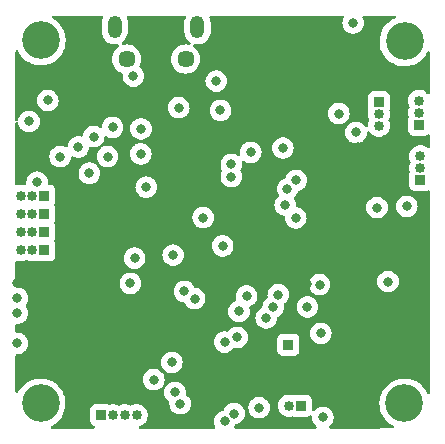
<source format=gbr>
%TF.GenerationSoftware,KiCad,Pcbnew,6.0.7-f9a2dced07~116~ubuntu22.04.1*%
%TF.CreationDate,2022-08-22T17:29:25+02:00*%
%TF.ProjectId,DroneHardware,44726f6e-6548-4617-9264-776172652e6b,rev?*%
%TF.SameCoordinates,Original*%
%TF.FileFunction,Copper,L3,Inr*%
%TF.FilePolarity,Positive*%
%FSLAX46Y46*%
G04 Gerber Fmt 4.6, Leading zero omitted, Abs format (unit mm)*
G04 Created by KiCad (PCBNEW 6.0.7-f9a2dced07~116~ubuntu22.04.1) date 2022-08-22 17:29:25*
%MOMM*%
%LPD*%
G01*
G04 APERTURE LIST*
%TA.AperFunction,ComponentPad*%
%ADD10R,0.850000X0.850000*%
%TD*%
%TA.AperFunction,ComponentPad*%
%ADD11O,0.850000X0.850000*%
%TD*%
%TA.AperFunction,ComponentPad*%
%ADD12O,1.200000X1.900000*%
%TD*%
%TA.AperFunction,ComponentPad*%
%ADD13C,1.450000*%
%TD*%
%TA.AperFunction,ComponentPad*%
%ADD14C,3.200000*%
%TD*%
%TA.AperFunction,ViaPad*%
%ADD15C,0.800000*%
%TD*%
G04 APERTURE END LIST*
D10*
%TO.N,PWM4*%
%TO.C,J208*%
X130890000Y-103460000D03*
D11*
%TO.N,+5V*%
X129890000Y-103460000D03*
%TO.N,GND*%
X128890000Y-103460000D03*
%TD*%
D10*
%TO.N,USART1_TX*%
%TO.C,J210*%
X162620000Y-92810000D03*
D11*
%TO.N,USART1_RX*%
X162620000Y-91810000D03*
%TO.N,unconnected-(J210-Pad3)*%
X162620000Y-90810000D03*
%TD*%
D10*
%TO.N,+5V*%
%TO.C,J202*%
X152600000Y-116620000D03*
D11*
%TO.N,GND*%
X151600000Y-116620000D03*
%TD*%
D12*
%TO.N,unconnected-(J201-Pad6)*%
%TO.C,J201*%
X143860000Y-84562500D03*
D13*
X137860000Y-87262500D03*
X142860000Y-87262500D03*
D12*
X136860000Y-84562500D03*
%TD*%
D10*
%TO.N,PWM3*%
%TO.C,J207*%
X130890000Y-101920000D03*
D11*
%TO.N,+5V*%
X129890000Y-101920000D03*
%TO.N,GND*%
X128890000Y-101920000D03*
%TD*%
D10*
%TO.N,USART6_TX*%
%TO.C,J209*%
X162720000Y-97490000D03*
D11*
%TO.N,USART6_RX*%
X162720000Y-96490000D03*
%TO.N,USART6_CK*%
X162720000Y-95490000D03*
%TD*%
D14*
%TO.N,*%
%TO.C,H201*%
X161380000Y-116420000D03*
%TD*%
D10*
%TO.N,PWM2*%
%TO.C,J206*%
X130890000Y-100370000D03*
D11*
%TO.N,+5V*%
X129890000Y-100370000D03*
%TO.N,GND*%
X128890000Y-100370000D03*
%TD*%
D14*
%TO.N,*%
%TO.C,H203*%
X161390000Y-85770000D03*
%TD*%
%TO.N,*%
%TO.C,H204*%
X130590000Y-85690000D03*
%TD*%
D10*
%TO.N,USART3_TX*%
%TO.C,J211*%
X159220000Y-90920000D03*
D11*
%TO.N,USART3_RX*%
X159220000Y-91920000D03*
%TO.N,unconnected-(J211-Pad3)*%
X159220000Y-92920000D03*
%TD*%
D14*
%TO.N,*%
%TO.C,H202*%
X130570000Y-116420000D03*
%TD*%
D10*
%TO.N,PWM1*%
%TO.C,J205*%
X130890000Y-98830000D03*
D11*
%TO.N,+5V*%
X129890000Y-98830000D03*
%TO.N,GND*%
X128890000Y-98830000D03*
%TD*%
D10*
%TO.N,BUCK_IN*%
%TO.C,J101*%
X151560000Y-111440000D03*
%TD*%
%TO.N,GND*%
%TO.C,J102*%
X135710000Y-117410000D03*
D11*
X136710000Y-117410000D03*
X137710000Y-117410000D03*
X138710000Y-117410000D03*
%TD*%
D15*
%TO.N,PWM1*%
X132225000Y-95525000D03*
%TO.N,PWM2*%
X133775000Y-94700000D03*
%TO.N,PWM3*%
X135075000Y-93825000D03*
%TO.N,PWM4*%
X136675000Y-93050000D03*
%TO.N,USB_D+*%
X151474498Y-98266962D03*
%TO.N,USB_D-*%
X152216962Y-97524498D03*
%TO.N,USB_D+*%
X146722929Y-97227596D03*
%TO.N,USB_D-*%
X146722929Y-96177596D03*
%TO.N,GND*%
X146150000Y-111225000D03*
%TO.N,BUCK_VOUT_3V3*%
X145350000Y-107900000D03*
%TO.N,GYRO_MOSI_PIN*%
X148025000Y-107325000D03*
%TO.N,GYRO_INT_EXTI*%
X149675000Y-109175000D03*
%TO.N,PWM1*%
X150275000Y-108250000D03*
%TO.N,PWM2*%
X150700000Y-107200000D03*
%TO.N,GYRO_MOSI_PIN*%
X147225000Y-110825000D03*
%TO.N,BUCK_VOUT_3V3*%
X128610000Y-106230000D03*
X140930000Y-96210000D03*
X143925000Y-89125000D03*
X153320000Y-86180000D03*
X143575000Y-117850000D03*
X162280000Y-106210000D03*
X140180000Y-101110000D03*
X153160000Y-106330000D03*
X157420000Y-94670000D03*
X143825000Y-92425000D03*
%TO.N,GND*%
X128600000Y-108780000D03*
X153160000Y-108250000D03*
X157280000Y-93480000D03*
X139520000Y-98110000D03*
X145800000Y-91600000D03*
X138540000Y-104120000D03*
X128610000Y-107530000D03*
X144340000Y-100680000D03*
X146175000Y-117950000D03*
X131180000Y-90770000D03*
X145450000Y-89125000D03*
X143620000Y-107550000D03*
X149075000Y-116775000D03*
X128600000Y-111340000D03*
X154300000Y-110480000D03*
X154200000Y-106360000D03*
X136250000Y-95525000D03*
X140160000Y-114400000D03*
X155825000Y-91875000D03*
X138425000Y-88700000D03*
X134700000Y-96925000D03*
X141950000Y-115480000D03*
X159060000Y-99850000D03*
X157040000Y-84200000D03*
X161580000Y-99740000D03*
X159990000Y-106100000D03*
X139060000Y-95290000D03*
X146950000Y-117275000D03*
%TO.N,+5V*%
X130280000Y-97690000D03*
X139075000Y-93175000D03*
X142270000Y-91380000D03*
X129590000Y-92540000D03*
X154480000Y-117610000D03*
%TO.N,SWDIO*%
X145990000Y-103080000D03*
X138170000Y-106250000D03*
%TO.N,SWCLK*%
X151090000Y-94790000D03*
X148370000Y-95160000D03*
%TO.N,PWM4*%
X141800000Y-103860000D03*
%TO.N,PWM3*%
X142748000Y-106934000D03*
%TO.N,GYRO_INT_EXTI*%
X142390000Y-116440000D03*
%TO.N,USART3_TX*%
X151280000Y-99630000D03*
%TO.N,GYRO_MISO_PIN*%
X147370000Y-108620000D03*
X141690000Y-112940000D03*
%TO.N,USART3_RX*%
X152180000Y-100710000D03*
%TD*%
%TA.AperFunction,Conductor*%
%TO.N,BUCK_VOUT_3V3*%
G36*
X146488211Y-83579693D02*
G01*
X156128202Y-83584389D01*
X156196312Y-83604424D01*
X156242779Y-83658103D01*
X156252849Y-83728381D01*
X156237259Y-83773389D01*
X156219174Y-83804714D01*
X156205473Y-83828444D01*
X156146458Y-84010072D01*
X156145768Y-84016633D01*
X156145768Y-84016635D01*
X156131486Y-84152521D01*
X156126496Y-84200000D01*
X156146458Y-84389928D01*
X156205473Y-84571556D01*
X156300960Y-84736944D01*
X156305378Y-84741851D01*
X156305379Y-84741852D01*
X156406986Y-84854698D01*
X156428747Y-84878866D01*
X156466913Y-84906595D01*
X156543657Y-84962353D01*
X156583248Y-84991118D01*
X156589276Y-84993802D01*
X156589278Y-84993803D01*
X156660743Y-85025621D01*
X156757712Y-85068794D01*
X156851113Y-85088647D01*
X156938056Y-85107128D01*
X156938061Y-85107128D01*
X156944513Y-85108500D01*
X157135487Y-85108500D01*
X157141939Y-85107128D01*
X157141944Y-85107128D01*
X157228887Y-85088647D01*
X157322288Y-85068794D01*
X157419257Y-85025621D01*
X157490722Y-84993803D01*
X157490724Y-84993802D01*
X157496752Y-84991118D01*
X157536344Y-84962353D01*
X157613087Y-84906595D01*
X157651253Y-84878866D01*
X157673014Y-84854698D01*
X157774621Y-84741852D01*
X157774622Y-84741851D01*
X157779040Y-84736944D01*
X157874527Y-84571556D01*
X157933542Y-84389928D01*
X157953504Y-84200000D01*
X157948514Y-84152521D01*
X157934232Y-84016635D01*
X157934232Y-84016633D01*
X157933542Y-84010072D01*
X157874527Y-83828444D01*
X157867962Y-83817073D01*
X157843255Y-83774279D01*
X157826517Y-83705283D01*
X157849738Y-83638192D01*
X157905545Y-83594305D01*
X157952435Y-83585279D01*
X160518294Y-83586529D01*
X160586405Y-83606564D01*
X160632872Y-83660243D01*
X160642942Y-83730521D01*
X160613417Y-83795088D01*
X160567669Y-83828425D01*
X160527127Y-83845718D01*
X160434476Y-83885237D01*
X160434472Y-83885239D01*
X160430524Y-83886923D01*
X160413565Y-83897073D01*
X160187521Y-84032357D01*
X160187517Y-84032360D01*
X160183839Y-84034561D01*
X159959472Y-84214313D01*
X159761577Y-84422851D01*
X159593814Y-84656317D01*
X159459288Y-84910392D01*
X159360489Y-85180373D01*
X159299245Y-85461264D01*
X159298909Y-85465534D01*
X159278543Y-85724317D01*
X159276689Y-85747869D01*
X159293238Y-86034883D01*
X159294063Y-86039088D01*
X159294064Y-86039096D01*
X159319804Y-86170291D01*
X159348586Y-86316995D01*
X159349973Y-86321045D01*
X159349974Y-86321050D01*
X159436777Y-86574579D01*
X159441710Y-86588986D01*
X159444557Y-86594646D01*
X159559121Y-86822431D01*
X159570885Y-86845822D01*
X159733721Y-87082750D01*
X159927206Y-87295388D01*
X159930501Y-87298143D01*
X159930502Y-87298144D01*
X160097738Y-87437974D01*
X160147759Y-87479798D01*
X160391298Y-87632571D01*
X160653318Y-87750877D01*
X160657437Y-87752097D01*
X160924857Y-87831311D01*
X160924862Y-87831312D01*
X160928970Y-87832529D01*
X160933204Y-87833177D01*
X160933209Y-87833178D01*
X161131471Y-87863516D01*
X161213153Y-87876015D01*
X161359485Y-87878314D01*
X161496317Y-87880464D01*
X161496323Y-87880464D01*
X161500608Y-87880531D01*
X161504860Y-87880016D01*
X161504868Y-87880016D01*
X161781756Y-87846508D01*
X161781761Y-87846507D01*
X161786017Y-87845992D01*
X161961267Y-87800016D01*
X162059954Y-87774126D01*
X162059955Y-87774126D01*
X162064097Y-87773039D01*
X162329704Y-87663021D01*
X162463798Y-87584663D01*
X162574219Y-87520138D01*
X162574220Y-87520137D01*
X162577922Y-87517974D01*
X162804159Y-87340582D01*
X162845285Y-87298144D01*
X163001244Y-87137206D01*
X163004227Y-87134128D01*
X163006760Y-87130680D01*
X163006764Y-87130675D01*
X163171887Y-86905886D01*
X163174425Y-86902431D01*
X163311604Y-86649779D01*
X163312373Y-86647743D01*
X163358584Y-86594516D01*
X163426724Y-86574579D01*
X163494825Y-86594646D01*
X163541267Y-86648346D01*
X163552603Y-86700620D01*
X163551501Y-90121244D01*
X163531477Y-90189358D01*
X163477806Y-90235833D01*
X163407529Y-90245915D01*
X163342958Y-90216401D01*
X163331877Y-90205525D01*
X163248074Y-90112453D01*
X163225491Y-90096045D01*
X163094663Y-90000993D01*
X163094662Y-90000992D01*
X163089321Y-89997112D01*
X163083293Y-89994428D01*
X163083291Y-89994427D01*
X162916087Y-89919983D01*
X162916086Y-89919983D01*
X162910056Y-89917298D01*
X162814086Y-89896899D01*
X162724572Y-89877872D01*
X162724568Y-89877872D01*
X162718115Y-89876500D01*
X162521885Y-89876500D01*
X162515432Y-89877872D01*
X162515428Y-89877872D01*
X162425914Y-89896899D01*
X162329944Y-89917298D01*
X162323914Y-89919983D01*
X162323913Y-89919983D01*
X162156709Y-89994427D01*
X162156707Y-89994428D01*
X162150679Y-89997112D01*
X162145338Y-90000992D01*
X162145337Y-90000993D01*
X162014510Y-90096045D01*
X161991926Y-90112453D01*
X161987505Y-90117363D01*
X161987504Y-90117364D01*
X161869614Y-90248295D01*
X161860623Y-90258280D01*
X161857322Y-90263998D01*
X161776071Y-90404729D01*
X161762508Y-90428220D01*
X161701870Y-90614845D01*
X161701180Y-90621408D01*
X161701180Y-90621409D01*
X161688698Y-90740170D01*
X161681358Y-90810000D01*
X161682048Y-90816565D01*
X161696427Y-90953365D01*
X161701870Y-91005155D01*
X161762508Y-91191780D01*
X161765811Y-91197502D01*
X161765812Y-91197503D01*
X161794389Y-91247000D01*
X161811127Y-91315996D01*
X161794389Y-91373000D01*
X161769197Y-91416635D01*
X161762508Y-91428220D01*
X161756257Y-91447460D01*
X161708827Y-91593435D01*
X161701870Y-91614845D01*
X161701180Y-91621408D01*
X161701180Y-91621409D01*
X161683468Y-91789928D01*
X161681358Y-91810000D01*
X161682048Y-91816565D01*
X161701134Y-91998148D01*
X161701870Y-92005155D01*
X161703911Y-92011436D01*
X161703911Y-92011437D01*
X161731167Y-92095325D01*
X161733194Y-92166292D01*
X161729316Y-92178489D01*
X161696029Y-92267282D01*
X161696027Y-92267288D01*
X161693255Y-92274684D01*
X161686500Y-92336866D01*
X161686500Y-93283134D01*
X161693255Y-93345316D01*
X161744385Y-93481705D01*
X161831739Y-93598261D01*
X161948295Y-93685615D01*
X162084684Y-93736745D01*
X162146866Y-93743500D01*
X163093134Y-93743500D01*
X163155316Y-93736745D01*
X163291705Y-93685615D01*
X163348770Y-93642847D01*
X163415276Y-93617999D01*
X163484659Y-93633052D01*
X163534889Y-93683226D01*
X163550335Y-93743714D01*
X163550188Y-94202279D01*
X163550034Y-94680993D01*
X163550030Y-94692264D01*
X163530006Y-94760378D01*
X163476335Y-94806853D01*
X163406058Y-94816935D01*
X163349525Y-94790455D01*
X163348074Y-94792453D01*
X163194663Y-94680993D01*
X163194662Y-94680992D01*
X163189321Y-94677112D01*
X163183293Y-94674428D01*
X163183291Y-94674427D01*
X163016087Y-94599983D01*
X163016086Y-94599983D01*
X163010056Y-94597298D01*
X162914086Y-94576899D01*
X162824572Y-94557872D01*
X162824568Y-94557872D01*
X162818115Y-94556500D01*
X162621885Y-94556500D01*
X162615432Y-94557872D01*
X162615428Y-94557872D01*
X162525914Y-94576899D01*
X162429944Y-94597298D01*
X162423914Y-94599983D01*
X162423913Y-94599983D01*
X162256709Y-94674427D01*
X162256707Y-94674428D01*
X162250679Y-94677112D01*
X162245338Y-94680992D01*
X162245337Y-94680993D01*
X162097444Y-94788444D01*
X162091926Y-94792453D01*
X162087505Y-94797363D01*
X162087504Y-94797364D01*
X161998507Y-94896206D01*
X161960623Y-94938280D01*
X161862508Y-95108220D01*
X161860466Y-95114505D01*
X161809791Y-95270468D01*
X161801870Y-95294845D01*
X161781358Y-95490000D01*
X161782048Y-95496565D01*
X161799244Y-95660166D01*
X161801870Y-95685155D01*
X161862508Y-95871780D01*
X161865811Y-95877502D01*
X161865812Y-95877503D01*
X161894389Y-95927000D01*
X161911127Y-95995996D01*
X161894389Y-96053000D01*
X161892527Y-96056226D01*
X161862508Y-96108220D01*
X161801870Y-96294845D01*
X161801180Y-96301408D01*
X161801180Y-96301409D01*
X161782048Y-96483435D01*
X161781358Y-96490000D01*
X161782048Y-96496565D01*
X161798775Y-96655704D01*
X161801870Y-96685155D01*
X161803911Y-96691436D01*
X161803911Y-96691437D01*
X161831167Y-96775325D01*
X161833194Y-96846292D01*
X161829316Y-96858489D01*
X161796029Y-96947282D01*
X161796027Y-96947288D01*
X161793255Y-96954684D01*
X161786500Y-97016866D01*
X161786500Y-97963134D01*
X161793255Y-98025316D01*
X161844385Y-98161705D01*
X161931739Y-98278261D01*
X162048295Y-98365615D01*
X162184684Y-98416745D01*
X162246866Y-98423500D01*
X163193134Y-98423500D01*
X163255316Y-98416745D01*
X163378578Y-98370536D01*
X163449386Y-98365353D01*
X163511755Y-98399274D01*
X163545884Y-98461529D01*
X163548808Y-98488557D01*
X163543335Y-115486565D01*
X163543332Y-115495316D01*
X163523308Y-115563430D01*
X163469637Y-115609905D01*
X163399360Y-115619987D01*
X163334789Y-115590473D01*
X163305366Y-115553065D01*
X163189715Y-115328995D01*
X163189715Y-115328994D01*
X163187750Y-115325188D01*
X163176022Y-115308500D01*
X163035420Y-115108444D01*
X163022441Y-115089977D01*
X162891227Y-114948774D01*
X162829661Y-114882521D01*
X162829658Y-114882519D01*
X162826740Y-114879378D01*
X162604268Y-114697287D01*
X162359142Y-114547073D01*
X162341048Y-114539130D01*
X162099830Y-114433243D01*
X162095898Y-114431517D01*
X162069963Y-114424129D01*
X161823534Y-114353932D01*
X161823535Y-114353932D01*
X161819406Y-114352756D01*
X161606704Y-114322485D01*
X161539036Y-114312854D01*
X161539034Y-114312854D01*
X161534784Y-114312249D01*
X161530495Y-114312227D01*
X161530488Y-114312226D01*
X161251583Y-114310765D01*
X161251576Y-114310765D01*
X161247297Y-114310743D01*
X161243053Y-114311302D01*
X161243049Y-114311302D01*
X161117660Y-114327810D01*
X160962266Y-114348268D01*
X160958126Y-114349401D01*
X160958124Y-114349401D01*
X160881311Y-114370415D01*
X160684964Y-114424129D01*
X160681016Y-114425813D01*
X160424476Y-114535237D01*
X160424472Y-114535239D01*
X160420524Y-114536923D01*
X160298699Y-114609834D01*
X160177521Y-114682357D01*
X160177517Y-114682360D01*
X160173839Y-114684561D01*
X159949472Y-114864313D01*
X159751577Y-115072851D01*
X159583814Y-115306317D01*
X159449288Y-115560392D01*
X159447813Y-115564423D01*
X159387227Y-115729983D01*
X159350489Y-115830373D01*
X159289245Y-116111264D01*
X159266689Y-116397869D01*
X159283238Y-116684883D01*
X159284063Y-116689088D01*
X159284064Y-116689096D01*
X159299630Y-116768435D01*
X159338586Y-116966995D01*
X159339973Y-116971045D01*
X159339974Y-116971050D01*
X159425692Y-117221409D01*
X159431710Y-117238986D01*
X159438819Y-117253121D01*
X159529233Y-117432888D01*
X159560885Y-117495822D01*
X159723721Y-117732750D01*
X159726608Y-117735923D01*
X159726609Y-117735924D01*
X159790579Y-117806226D01*
X159917206Y-117945388D01*
X159920501Y-117948143D01*
X159920502Y-117948144D01*
X160088835Y-118088891D01*
X160137759Y-118129798D01*
X160381298Y-118282571D01*
X160385211Y-118284338D01*
X160385217Y-118284341D01*
X160426200Y-118302845D01*
X160480055Y-118349107D01*
X160500349Y-118417141D01*
X160480639Y-118485347D01*
X160427184Y-118532070D01*
X160374425Y-118543682D01*
X158161820Y-118545004D01*
X155124074Y-118546819D01*
X155055943Y-118526858D01*
X155009418Y-118473230D01*
X154999272Y-118402962D01*
X155028726Y-118338363D01*
X155049938Y-118318884D01*
X155085907Y-118292751D01*
X155085912Y-118292746D01*
X155091253Y-118288866D01*
X155179299Y-118191081D01*
X155214621Y-118151852D01*
X155214622Y-118151851D01*
X155219040Y-118146944D01*
X155309316Y-117990582D01*
X155311223Y-117987279D01*
X155311224Y-117987278D01*
X155314527Y-117981556D01*
X155373542Y-117799928D01*
X155374399Y-117791780D01*
X155392814Y-117616565D01*
X155393504Y-117610000D01*
X155388484Y-117562237D01*
X155374232Y-117426635D01*
X155374232Y-117426633D01*
X155373542Y-117420072D01*
X155314527Y-117238444D01*
X155310298Y-117231118D01*
X155276004Y-117171720D01*
X155219040Y-117073056D01*
X155132501Y-116976944D01*
X155095675Y-116936045D01*
X155095674Y-116936044D01*
X155091253Y-116931134D01*
X154936752Y-116818882D01*
X154930724Y-116816198D01*
X154930722Y-116816197D01*
X154768319Y-116743891D01*
X154768318Y-116743891D01*
X154762288Y-116741206D01*
X154650121Y-116717364D01*
X154581944Y-116702872D01*
X154581939Y-116702872D01*
X154575487Y-116701500D01*
X154384513Y-116701500D01*
X154378061Y-116702872D01*
X154378056Y-116702872D01*
X154309879Y-116717364D01*
X154197712Y-116741206D01*
X154191682Y-116743891D01*
X154191681Y-116743891D01*
X154029278Y-116816197D01*
X154029276Y-116816198D01*
X154023248Y-116818882D01*
X153868747Y-116931134D01*
X153864326Y-116936044D01*
X153864325Y-116936045D01*
X153753136Y-117059533D01*
X153692690Y-117096773D01*
X153621706Y-117095421D01*
X153562722Y-117055908D01*
X153534464Y-116990777D01*
X153533500Y-116975223D01*
X153533500Y-116146866D01*
X153526745Y-116084684D01*
X153475615Y-115948295D01*
X153388261Y-115831739D01*
X153271705Y-115744385D01*
X153135316Y-115693255D01*
X153073134Y-115686500D01*
X152126866Y-115686500D01*
X152064684Y-115693255D01*
X151975179Y-115726809D01*
X151904373Y-115731992D01*
X151894807Y-115729413D01*
X151890056Y-115727298D01*
X151788446Y-115705700D01*
X151704572Y-115687872D01*
X151704568Y-115687872D01*
X151698115Y-115686500D01*
X151501885Y-115686500D01*
X151495432Y-115687872D01*
X151495428Y-115687872D01*
X151405915Y-115706899D01*
X151309944Y-115727298D01*
X151303914Y-115729983D01*
X151303913Y-115729983D01*
X151136709Y-115804427D01*
X151136707Y-115804428D01*
X151130679Y-115807112D01*
X151125338Y-115810992D01*
X151125337Y-115810993D01*
X150998624Y-115903056D01*
X150971926Y-115922453D01*
X150967505Y-115927363D01*
X150967504Y-115927364D01*
X150891995Y-116011226D01*
X150840623Y-116068280D01*
X150742508Y-116238220D01*
X150740466Y-116244505D01*
X150688824Y-116403444D01*
X150681870Y-116424845D01*
X150681180Y-116431408D01*
X150681180Y-116431409D01*
X150676251Y-116478306D01*
X150661358Y-116620000D01*
X150662048Y-116626565D01*
X150674098Y-116741206D01*
X150681870Y-116815155D01*
X150742508Y-117001780D01*
X150745811Y-117007502D01*
X150745812Y-117007503D01*
X150773759Y-117055908D01*
X150840623Y-117171720D01*
X150845041Y-117176627D01*
X150845042Y-117176628D01*
X150964045Y-117308794D01*
X150971926Y-117317547D01*
X150977268Y-117321428D01*
X150977270Y-117321430D01*
X151121050Y-117425892D01*
X151130679Y-117432888D01*
X151136707Y-117435572D01*
X151136709Y-117435573D01*
X151303913Y-117510017D01*
X151309944Y-117512702D01*
X151405914Y-117533101D01*
X151495428Y-117552128D01*
X151495432Y-117552128D01*
X151501885Y-117553500D01*
X151698115Y-117553500D01*
X151704568Y-117552128D01*
X151704572Y-117552128D01*
X151793742Y-117533174D01*
X151890056Y-117512702D01*
X151893189Y-117511307D01*
X151962977Y-117509311D01*
X151975174Y-117513189D01*
X152064684Y-117546745D01*
X152126866Y-117553500D01*
X153073134Y-117553500D01*
X153135316Y-117546745D01*
X153271705Y-117495615D01*
X153373696Y-117419177D01*
X153440202Y-117394329D01*
X153509585Y-117409382D01*
X153559815Y-117459556D01*
X153574571Y-117533173D01*
X153566496Y-117610000D01*
X153567186Y-117616565D01*
X153585602Y-117791780D01*
X153586458Y-117799928D01*
X153645473Y-117981556D01*
X153648776Y-117987278D01*
X153648777Y-117987279D01*
X153650684Y-117990582D01*
X153740960Y-118146944D01*
X153745378Y-118151851D01*
X153745379Y-118151852D01*
X153780701Y-118191081D01*
X153868747Y-118288866D01*
X153874089Y-118292747D01*
X153874091Y-118292749D01*
X153887987Y-118302845D01*
X153909531Y-118318497D01*
X153911119Y-118319651D01*
X153954473Y-118375873D01*
X153960548Y-118446609D01*
X153927417Y-118509401D01*
X153865597Y-118544312D01*
X153837133Y-118547587D01*
X147095016Y-118551615D01*
X147026884Y-118531654D01*
X146980359Y-118478026D01*
X146970213Y-118407758D01*
X146985821Y-118362616D01*
X146994264Y-118347992D01*
X147009527Y-118321556D01*
X147012300Y-118313021D01*
X147032565Y-118250654D01*
X147072639Y-118192048D01*
X147126201Y-118166343D01*
X147162131Y-118158706D01*
X147225830Y-118145167D01*
X147225833Y-118145166D01*
X147232288Y-118143794D01*
X147238319Y-118141109D01*
X147400722Y-118068803D01*
X147400724Y-118068802D01*
X147406752Y-118066118D01*
X147561253Y-117953866D01*
X147568887Y-117945388D01*
X147684621Y-117816852D01*
X147684622Y-117816851D01*
X147689040Y-117811944D01*
X147763197Y-117683500D01*
X147781223Y-117652279D01*
X147781224Y-117652278D01*
X147784527Y-117646556D01*
X147843542Y-117464928D01*
X147846910Y-117432888D01*
X147862814Y-117281565D01*
X147863504Y-117275000D01*
X147860322Y-117244729D01*
X147844232Y-117091635D01*
X147844232Y-117091633D01*
X147843542Y-117085072D01*
X147784527Y-116903444D01*
X147758452Y-116858280D01*
X147735705Y-116818882D01*
X147710370Y-116775000D01*
X148161496Y-116775000D01*
X148162186Y-116781565D01*
X148178509Y-116936866D01*
X148181458Y-116964928D01*
X148240473Y-117146556D01*
X148243776Y-117152278D01*
X148243777Y-117152279D01*
X148246039Y-117156197D01*
X148335960Y-117311944D01*
X148340378Y-117316851D01*
X148340379Y-117316852D01*
X148427666Y-117413794D01*
X148463747Y-117453866D01*
X148545401Y-117513191D01*
X148599410Y-117552431D01*
X148618248Y-117566118D01*
X148624276Y-117568802D01*
X148624278Y-117568803D01*
X148731554Y-117616565D01*
X148792712Y-117643794D01*
X148886113Y-117663647D01*
X148973056Y-117682128D01*
X148973061Y-117682128D01*
X148979513Y-117683500D01*
X149170487Y-117683500D01*
X149176939Y-117682128D01*
X149176944Y-117682128D01*
X149263887Y-117663647D01*
X149357288Y-117643794D01*
X149418446Y-117616565D01*
X149525722Y-117568803D01*
X149525724Y-117568802D01*
X149531752Y-117566118D01*
X149550591Y-117552431D01*
X149604599Y-117513191D01*
X149686253Y-117453866D01*
X149722334Y-117413794D01*
X149809621Y-117316852D01*
X149809622Y-117316851D01*
X149814040Y-117311944D01*
X149903961Y-117156197D01*
X149906223Y-117152279D01*
X149906224Y-117152278D01*
X149909527Y-117146556D01*
X149968542Y-116964928D01*
X149971492Y-116936866D01*
X149987814Y-116781565D01*
X149988504Y-116775000D01*
X149979475Y-116689096D01*
X149969232Y-116591635D01*
X149969232Y-116591633D01*
X149968542Y-116585072D01*
X149909527Y-116403444D01*
X149903843Y-116393598D01*
X149833128Y-116271118D01*
X149814040Y-116238056D01*
X149686253Y-116096134D01*
X149531752Y-115983882D01*
X149525724Y-115981198D01*
X149525722Y-115981197D01*
X149363319Y-115908891D01*
X149363318Y-115908891D01*
X149357288Y-115906206D01*
X149263888Y-115886353D01*
X149176944Y-115867872D01*
X149176939Y-115867872D01*
X149170487Y-115866500D01*
X148979513Y-115866500D01*
X148973061Y-115867872D01*
X148973056Y-115867872D01*
X148886112Y-115886353D01*
X148792712Y-115906206D01*
X148786682Y-115908891D01*
X148786681Y-115908891D01*
X148624278Y-115981197D01*
X148624276Y-115981198D01*
X148618248Y-115983882D01*
X148463747Y-116096134D01*
X148335960Y-116238056D01*
X148316872Y-116271118D01*
X148246158Y-116393598D01*
X148240473Y-116403444D01*
X148181458Y-116585072D01*
X148180768Y-116591633D01*
X148180768Y-116591635D01*
X148170525Y-116689096D01*
X148161496Y-116775000D01*
X147710370Y-116775000D01*
X147689040Y-116738056D01*
X147561253Y-116596134D01*
X147406752Y-116483882D01*
X147400724Y-116481198D01*
X147400722Y-116481197D01*
X147238319Y-116408891D01*
X147238318Y-116408891D01*
X147232288Y-116406206D01*
X147138888Y-116386353D01*
X147051944Y-116367872D01*
X147051939Y-116367872D01*
X147045487Y-116366500D01*
X146854513Y-116366500D01*
X146848061Y-116367872D01*
X146848056Y-116367872D01*
X146761112Y-116386353D01*
X146667712Y-116406206D01*
X146661682Y-116408891D01*
X146661681Y-116408891D01*
X146499278Y-116481197D01*
X146499276Y-116481198D01*
X146493248Y-116483882D01*
X146338747Y-116596134D01*
X146210960Y-116738056D01*
X146115473Y-116903444D01*
X146113432Y-116909727D01*
X146113431Y-116909728D01*
X146092435Y-116974346D01*
X146052361Y-117032952D01*
X145998799Y-117058657D01*
X145962869Y-117066294D01*
X145899170Y-117079833D01*
X145899167Y-117079834D01*
X145892712Y-117081206D01*
X145886682Y-117083891D01*
X145886681Y-117083891D01*
X145724278Y-117156197D01*
X145724276Y-117156198D01*
X145718248Y-117158882D01*
X145563747Y-117271134D01*
X145559326Y-117276044D01*
X145559325Y-117276045D01*
X145521957Y-117317547D01*
X145435960Y-117413056D01*
X145380387Y-117509311D01*
X145355667Y-117552128D01*
X145340473Y-117578444D01*
X145281458Y-117760072D01*
X145280768Y-117766633D01*
X145280768Y-117766635D01*
X145278786Y-117785495D01*
X145261496Y-117950000D01*
X145262186Y-117956565D01*
X145278055Y-118107547D01*
X145281458Y-118139928D01*
X145340473Y-118321556D01*
X145343776Y-118327278D01*
X145343777Y-118327279D01*
X145364813Y-118363714D01*
X145381551Y-118432709D01*
X145358331Y-118499801D01*
X145302524Y-118543688D01*
X145255769Y-118552714D01*
X139005162Y-118556448D01*
X138937030Y-118536487D01*
X138890505Y-118482859D01*
X138880359Y-118412591D01*
X138909813Y-118347992D01*
X138969516Y-118309573D01*
X138978890Y-118307201D01*
X138980638Y-118306829D01*
X139000056Y-118302702D01*
X139006087Y-118300017D01*
X139173291Y-118225573D01*
X139173293Y-118225572D01*
X139179321Y-118222888D01*
X139254904Y-118167974D01*
X139332730Y-118111430D01*
X139332732Y-118111428D01*
X139338074Y-118107547D01*
X139378871Y-118062237D01*
X139464958Y-117966628D01*
X139464959Y-117966627D01*
X139469377Y-117961720D01*
X139567492Y-117791780D01*
X139615130Y-117645166D01*
X139626090Y-117611434D01*
X139626090Y-117611433D01*
X139628130Y-117605155D01*
X139630938Y-117578444D01*
X139647952Y-117416565D01*
X139648642Y-117410000D01*
X139636635Y-117295761D01*
X139628820Y-117221409D01*
X139628820Y-117221408D01*
X139628130Y-117214845D01*
X139603900Y-117140271D01*
X139577666Y-117059533D01*
X139567492Y-117028220D01*
X139469377Y-116858280D01*
X139437398Y-116822763D01*
X139342496Y-116717364D01*
X139342495Y-116717363D01*
X139338074Y-116712453D01*
X139300128Y-116684883D01*
X139184663Y-116600993D01*
X139184662Y-116600992D01*
X139179321Y-116597112D01*
X139173293Y-116594428D01*
X139173291Y-116594427D01*
X139006087Y-116519983D01*
X139006086Y-116519983D01*
X139000056Y-116517298D01*
X138904085Y-116496899D01*
X138814572Y-116477872D01*
X138814568Y-116477872D01*
X138808115Y-116476500D01*
X138611885Y-116476500D01*
X138605432Y-116477872D01*
X138605428Y-116477872D01*
X138515915Y-116496899D01*
X138419944Y-116517298D01*
X138413914Y-116519983D01*
X138413913Y-116519983D01*
X138381629Y-116534357D01*
X138261248Y-116587954D01*
X138190882Y-116597388D01*
X138158753Y-116587955D01*
X138038371Y-116534357D01*
X138006087Y-116519983D01*
X138006086Y-116519983D01*
X138000056Y-116517298D01*
X137904085Y-116496899D01*
X137814572Y-116477872D01*
X137814568Y-116477872D01*
X137808115Y-116476500D01*
X137611885Y-116476500D01*
X137605432Y-116477872D01*
X137605428Y-116477872D01*
X137515915Y-116496899D01*
X137419944Y-116517298D01*
X137413914Y-116519983D01*
X137413913Y-116519983D01*
X137381629Y-116534357D01*
X137261248Y-116587954D01*
X137190882Y-116597388D01*
X137158753Y-116587955D01*
X137038371Y-116534357D01*
X137006087Y-116519983D01*
X137006086Y-116519983D01*
X137000056Y-116517298D01*
X136904085Y-116496899D01*
X136814572Y-116477872D01*
X136814568Y-116477872D01*
X136808115Y-116476500D01*
X136611885Y-116476500D01*
X136605432Y-116477872D01*
X136605428Y-116477872D01*
X136539372Y-116491913D01*
X136419944Y-116517298D01*
X136416811Y-116518693D01*
X136347023Y-116520689D01*
X136334826Y-116516811D01*
X136245316Y-116483255D01*
X136183134Y-116476500D01*
X135236866Y-116476500D01*
X135174684Y-116483255D01*
X135038295Y-116534385D01*
X134921739Y-116621739D01*
X134834385Y-116738295D01*
X134783255Y-116874684D01*
X134776500Y-116936866D01*
X134776500Y-117883134D01*
X134783255Y-117945316D01*
X134834385Y-118081705D01*
X134921739Y-118198261D01*
X135038295Y-118285615D01*
X135046703Y-118288767D01*
X135116187Y-118314816D01*
X135172952Y-118357458D01*
X135197651Y-118424020D01*
X135182443Y-118493369D01*
X135132157Y-118543487D01*
X135072034Y-118558798D01*
X131544779Y-118560905D01*
X131476648Y-118540944D01*
X131430123Y-118487316D01*
X131419977Y-118417048D01*
X131449431Y-118352449D01*
X131496484Y-118318497D01*
X131497930Y-118317898D01*
X131509704Y-118313021D01*
X131757922Y-118167974D01*
X131984159Y-117990582D01*
X131998997Y-117975271D01*
X132157271Y-117811944D01*
X132184227Y-117784128D01*
X132186760Y-117780680D01*
X132186764Y-117780675D01*
X132351887Y-117555886D01*
X132354425Y-117552431D01*
X132357512Y-117546745D01*
X132489554Y-117303555D01*
X132489555Y-117303553D01*
X132491604Y-117299779D01*
X132569689Y-117093134D01*
X132591707Y-117034866D01*
X132591708Y-117034862D01*
X132593225Y-117030848D01*
X132641187Y-116821434D01*
X132656449Y-116754797D01*
X132656450Y-116754793D01*
X132657407Y-116750613D01*
X132658018Y-116743774D01*
X132682743Y-116466726D01*
X132682743Y-116466724D01*
X132682963Y-116464260D01*
X132683427Y-116420000D01*
X132672290Y-116256635D01*
X132664165Y-116137452D01*
X132664164Y-116137446D01*
X132663873Y-116133175D01*
X132659336Y-116111264D01*
X132616218Y-115903056D01*
X132605574Y-115851658D01*
X132509607Y-115580657D01*
X132457654Y-115480000D01*
X141036496Y-115480000D01*
X141056458Y-115669928D01*
X141064939Y-115696029D01*
X141107286Y-115826358D01*
X141115473Y-115851556D01*
X141210960Y-116016944D01*
X141215378Y-116021851D01*
X141215379Y-116021852D01*
X141262990Y-116074729D01*
X141338747Y-116158866D01*
X141344089Y-116162747D01*
X141344091Y-116162749D01*
X141435322Y-116229032D01*
X141478676Y-116285254D01*
X141486571Y-116344138D01*
X141480924Y-116397869D01*
X141476496Y-116440000D01*
X141477186Y-116446565D01*
X141495415Y-116620000D01*
X141496458Y-116629928D01*
X141555473Y-116811556D01*
X141558776Y-116817278D01*
X141558777Y-116817279D01*
X141582449Y-116858280D01*
X141650960Y-116976944D01*
X141655378Y-116981851D01*
X141655379Y-116981852D01*
X141774325Y-117113955D01*
X141778747Y-117118866D01*
X141933248Y-117231118D01*
X141939276Y-117233802D01*
X141939278Y-117233803D01*
X142095945Y-117303555D01*
X142107712Y-117308794D01*
X142201112Y-117328647D01*
X142288056Y-117347128D01*
X142288061Y-117347128D01*
X142294513Y-117348500D01*
X142485487Y-117348500D01*
X142491939Y-117347128D01*
X142491944Y-117347128D01*
X142578888Y-117328647D01*
X142672288Y-117308794D01*
X142684055Y-117303555D01*
X142840722Y-117233803D01*
X142840724Y-117233802D01*
X142846752Y-117231118D01*
X143001253Y-117118866D01*
X143005675Y-117113955D01*
X143124621Y-116981852D01*
X143124622Y-116981851D01*
X143129040Y-116976944D01*
X143197551Y-116858280D01*
X143221223Y-116817279D01*
X143221224Y-116817278D01*
X143224527Y-116811556D01*
X143283542Y-116629928D01*
X143284586Y-116620000D01*
X143302814Y-116446565D01*
X143303504Y-116440000D01*
X143283542Y-116250072D01*
X143224527Y-116068444D01*
X143129040Y-115903056D01*
X143077009Y-115845269D01*
X143005675Y-115766045D01*
X143005674Y-115766044D01*
X143001253Y-115761134D01*
X142985614Y-115749771D01*
X142904678Y-115690968D01*
X142861324Y-115634746D01*
X142853429Y-115575862D01*
X142862814Y-115486565D01*
X142863504Y-115480000D01*
X142847233Y-115325188D01*
X142844232Y-115296635D01*
X142844232Y-115296633D01*
X142843542Y-115290072D01*
X142784527Y-115108444D01*
X142689040Y-114943056D01*
X142561253Y-114801134D01*
X142422059Y-114700003D01*
X142412094Y-114692763D01*
X142412093Y-114692762D01*
X142406752Y-114688882D01*
X142400724Y-114686198D01*
X142400722Y-114686197D01*
X142238319Y-114613891D01*
X142238318Y-114613891D01*
X142232288Y-114611206D01*
X142138888Y-114591353D01*
X142051944Y-114572872D01*
X142051939Y-114572872D01*
X142045487Y-114571500D01*
X141854513Y-114571500D01*
X141848061Y-114572872D01*
X141848056Y-114572872D01*
X141761112Y-114591353D01*
X141667712Y-114611206D01*
X141661682Y-114613891D01*
X141661681Y-114613891D01*
X141499278Y-114686197D01*
X141499276Y-114686198D01*
X141493248Y-114688882D01*
X141487907Y-114692762D01*
X141487906Y-114692763D01*
X141477941Y-114700003D01*
X141338747Y-114801134D01*
X141210960Y-114943056D01*
X141115473Y-115108444D01*
X141056458Y-115290072D01*
X141055768Y-115296633D01*
X141055768Y-115296635D01*
X141052767Y-115325188D01*
X141036496Y-115480000D01*
X132457654Y-115480000D01*
X132377750Y-115325188D01*
X132366022Y-115308500D01*
X132225420Y-115108444D01*
X132212441Y-115089977D01*
X132081227Y-114948774D01*
X132019661Y-114882521D01*
X132019658Y-114882519D01*
X132016740Y-114879378D01*
X131794268Y-114697287D01*
X131549142Y-114547073D01*
X131531048Y-114539130D01*
X131289830Y-114433243D01*
X131285898Y-114431517D01*
X131259963Y-114424129D01*
X131175257Y-114400000D01*
X139246496Y-114400000D01*
X139266458Y-114589928D01*
X139325473Y-114771556D01*
X139420960Y-114936944D01*
X139548747Y-115078866D01*
X139703248Y-115191118D01*
X139709276Y-115193802D01*
X139709278Y-115193803D01*
X139871681Y-115266109D01*
X139877712Y-115268794D01*
X139971113Y-115288647D01*
X140058056Y-115307128D01*
X140058061Y-115307128D01*
X140064513Y-115308500D01*
X140255487Y-115308500D01*
X140261939Y-115307128D01*
X140261944Y-115307128D01*
X140348887Y-115288647D01*
X140442288Y-115268794D01*
X140448319Y-115266109D01*
X140610722Y-115193803D01*
X140610724Y-115193802D01*
X140616752Y-115191118D01*
X140771253Y-115078866D01*
X140899040Y-114936944D01*
X140994527Y-114771556D01*
X141053542Y-114589928D01*
X141073504Y-114400000D01*
X141053542Y-114210072D01*
X140994527Y-114028444D01*
X140899040Y-113863056D01*
X140884699Y-113847128D01*
X140775675Y-113726045D01*
X140775674Y-113726044D01*
X140771253Y-113721134D01*
X140630494Y-113618866D01*
X140622094Y-113612763D01*
X140622093Y-113612762D01*
X140616752Y-113608882D01*
X140610724Y-113606198D01*
X140610722Y-113606197D01*
X140448319Y-113533891D01*
X140448318Y-113533891D01*
X140442288Y-113531206D01*
X140348888Y-113511353D01*
X140261944Y-113492872D01*
X140261939Y-113492872D01*
X140255487Y-113491500D01*
X140064513Y-113491500D01*
X140058061Y-113492872D01*
X140058056Y-113492872D01*
X139971112Y-113511353D01*
X139877712Y-113531206D01*
X139871682Y-113533891D01*
X139871681Y-113533891D01*
X139709278Y-113606197D01*
X139709276Y-113606198D01*
X139703248Y-113608882D01*
X139697907Y-113612762D01*
X139697906Y-113612763D01*
X139689506Y-113618866D01*
X139548747Y-113721134D01*
X139544326Y-113726044D01*
X139544325Y-113726045D01*
X139435302Y-113847128D01*
X139420960Y-113863056D01*
X139325473Y-114028444D01*
X139266458Y-114210072D01*
X139246496Y-114400000D01*
X131175257Y-114400000D01*
X131013534Y-114353932D01*
X131013535Y-114353932D01*
X131009406Y-114352756D01*
X130796704Y-114322485D01*
X130729036Y-114312854D01*
X130729034Y-114312854D01*
X130724784Y-114312249D01*
X130720495Y-114312227D01*
X130720488Y-114312226D01*
X130441583Y-114310765D01*
X130441576Y-114310765D01*
X130437297Y-114310743D01*
X130433053Y-114311302D01*
X130433049Y-114311302D01*
X130307660Y-114327810D01*
X130152266Y-114348268D01*
X130148126Y-114349401D01*
X130148124Y-114349401D01*
X130071311Y-114370415D01*
X129874964Y-114424129D01*
X129871016Y-114425813D01*
X129614476Y-114535237D01*
X129614472Y-114535239D01*
X129610524Y-114536923D01*
X129488699Y-114609834D01*
X129367521Y-114682357D01*
X129367517Y-114682360D01*
X129363839Y-114684561D01*
X129139472Y-114864313D01*
X128941577Y-115072851D01*
X128773814Y-115306317D01*
X128771805Y-115310112D01*
X128771804Y-115310113D01*
X128685463Y-115473183D01*
X128635911Y-115524026D01*
X128566736Y-115540008D01*
X128499903Y-115516054D01*
X128456629Y-115459770D01*
X128448109Y-115414271D01*
X128448070Y-115308500D01*
X128447435Y-113613955D01*
X128447183Y-112940000D01*
X140776496Y-112940000D01*
X140796458Y-113129928D01*
X140855473Y-113311556D01*
X140950960Y-113476944D01*
X140955378Y-113481851D01*
X140955379Y-113481852D01*
X140998582Y-113529834D01*
X141078747Y-113618866D01*
X141177843Y-113690864D01*
X141226266Y-113726045D01*
X141233248Y-113731118D01*
X141239276Y-113733802D01*
X141239278Y-113733803D01*
X141401681Y-113806109D01*
X141407712Y-113808794D01*
X141501113Y-113828647D01*
X141588056Y-113847128D01*
X141588061Y-113847128D01*
X141594513Y-113848500D01*
X141785487Y-113848500D01*
X141791939Y-113847128D01*
X141791944Y-113847128D01*
X141878887Y-113828647D01*
X141972288Y-113808794D01*
X141978319Y-113806109D01*
X142140722Y-113733803D01*
X142140724Y-113733802D01*
X142146752Y-113731118D01*
X142153735Y-113726045D01*
X142202157Y-113690864D01*
X142301253Y-113618866D01*
X142381418Y-113529834D01*
X142424621Y-113481852D01*
X142424622Y-113481851D01*
X142429040Y-113476944D01*
X142524527Y-113311556D01*
X142583542Y-113129928D01*
X142603504Y-112940000D01*
X142583542Y-112750072D01*
X142524527Y-112568444D01*
X142429040Y-112403056D01*
X142403371Y-112374547D01*
X142305675Y-112266045D01*
X142305674Y-112266044D01*
X142301253Y-112261134D01*
X142146752Y-112148882D01*
X142140724Y-112146198D01*
X142140722Y-112146197D01*
X141978319Y-112073891D01*
X141978318Y-112073891D01*
X141972288Y-112071206D01*
X141878888Y-112051353D01*
X141791944Y-112032872D01*
X141791939Y-112032872D01*
X141785487Y-112031500D01*
X141594513Y-112031500D01*
X141588061Y-112032872D01*
X141588056Y-112032872D01*
X141501112Y-112051353D01*
X141407712Y-112071206D01*
X141401682Y-112073891D01*
X141401681Y-112073891D01*
X141239278Y-112146197D01*
X141239276Y-112146198D01*
X141233248Y-112148882D01*
X141078747Y-112261134D01*
X141074326Y-112266044D01*
X141074325Y-112266045D01*
X140976630Y-112374547D01*
X140950960Y-112403056D01*
X140855473Y-112568444D01*
X140796458Y-112750072D01*
X140776496Y-112940000D01*
X128447183Y-112940000D01*
X128446971Y-112374547D01*
X128466948Y-112306419D01*
X128520586Y-112259906D01*
X128572971Y-112248500D01*
X128695487Y-112248500D01*
X128701939Y-112247128D01*
X128701944Y-112247128D01*
X128790703Y-112228261D01*
X128882288Y-112208794D01*
X128888319Y-112206109D01*
X129050722Y-112133803D01*
X129050724Y-112133802D01*
X129056752Y-112131118D01*
X129106236Y-112095166D01*
X129191975Y-112032872D01*
X129211253Y-112018866D01*
X129217222Y-112012237D01*
X129334621Y-111881852D01*
X129334622Y-111881851D01*
X129339040Y-111876944D01*
X129405435Y-111761944D01*
X129431223Y-111717279D01*
X129431224Y-111717278D01*
X129434527Y-111711556D01*
X129493542Y-111529928D01*
X129496798Y-111498955D01*
X129512814Y-111346565D01*
X129513504Y-111340000D01*
X129512814Y-111333435D01*
X129501417Y-111225000D01*
X145236496Y-111225000D01*
X145256458Y-111414928D01*
X145315473Y-111596556D01*
X145410960Y-111761944D01*
X145415378Y-111766851D01*
X145415379Y-111766852D01*
X145534325Y-111898955D01*
X145538747Y-111903866D01*
X145693248Y-112016118D01*
X145699276Y-112018802D01*
X145699278Y-112018803D01*
X145861681Y-112091109D01*
X145867712Y-112093794D01*
X145951976Y-112111705D01*
X146048056Y-112132128D01*
X146048061Y-112132128D01*
X146054513Y-112133500D01*
X146245487Y-112133500D01*
X146251939Y-112132128D01*
X146251944Y-112132128D01*
X146348024Y-112111705D01*
X146432288Y-112093794D01*
X146438319Y-112091109D01*
X146600722Y-112018803D01*
X146600724Y-112018802D01*
X146606752Y-112016118D01*
X146748497Y-111913134D01*
X150626500Y-111913134D01*
X150633255Y-111975316D01*
X150684385Y-112111705D01*
X150771739Y-112228261D01*
X150888295Y-112315615D01*
X151024684Y-112366745D01*
X151086866Y-112373500D01*
X152033134Y-112373500D01*
X152095316Y-112366745D01*
X152231705Y-112315615D01*
X152348261Y-112228261D01*
X152435615Y-112111705D01*
X152486745Y-111975316D01*
X152493500Y-111913134D01*
X152493500Y-110966866D01*
X152486745Y-110904684D01*
X152435615Y-110768295D01*
X152348261Y-110651739D01*
X152231705Y-110564385D01*
X152095316Y-110513255D01*
X152033134Y-110506500D01*
X151086866Y-110506500D01*
X151024684Y-110513255D01*
X150888295Y-110564385D01*
X150771739Y-110651739D01*
X150684385Y-110768295D01*
X150633255Y-110904684D01*
X150626500Y-110966866D01*
X150626500Y-111913134D01*
X146748497Y-111913134D01*
X146761253Y-111903866D01*
X146781075Y-111881852D01*
X146884619Y-111766854D01*
X146889040Y-111761944D01*
X146891041Y-111758478D01*
X146946501Y-111715715D01*
X147018408Y-111709884D01*
X147123056Y-111732128D01*
X147123061Y-111732128D01*
X147129513Y-111733500D01*
X147320487Y-111733500D01*
X147326939Y-111732128D01*
X147326944Y-111732128D01*
X147423725Y-111711556D01*
X147507288Y-111693794D01*
X147513319Y-111691109D01*
X147675722Y-111618803D01*
X147675724Y-111618802D01*
X147681752Y-111616118D01*
X147836253Y-111503866D01*
X147916333Y-111414928D01*
X147959621Y-111366852D01*
X147959622Y-111366851D01*
X147964040Y-111361944D01*
X148059527Y-111196556D01*
X148118542Y-111014928D01*
X148123594Y-110966866D01*
X148137814Y-110831565D01*
X148138504Y-110825000D01*
X148122865Y-110676206D01*
X148119232Y-110641635D01*
X148119232Y-110641633D01*
X148118542Y-110635072D01*
X148068156Y-110480000D01*
X153386496Y-110480000D01*
X153387186Y-110486565D01*
X153405126Y-110657251D01*
X153406458Y-110669928D01*
X153465473Y-110851556D01*
X153468776Y-110857278D01*
X153468777Y-110857279D01*
X153500682Y-110912540D01*
X153560960Y-111016944D01*
X153565378Y-111021851D01*
X153565379Y-111021852D01*
X153583192Y-111041635D01*
X153688747Y-111158866D01*
X153843248Y-111271118D01*
X153849276Y-111273802D01*
X153849278Y-111273803D01*
X153983215Y-111333435D01*
X154017712Y-111348794D01*
X154079578Y-111361944D01*
X154198056Y-111387128D01*
X154198061Y-111387128D01*
X154204513Y-111388500D01*
X154395487Y-111388500D01*
X154401939Y-111387128D01*
X154401944Y-111387128D01*
X154520422Y-111361944D01*
X154582288Y-111348794D01*
X154616785Y-111333435D01*
X154750722Y-111273803D01*
X154750724Y-111273802D01*
X154756752Y-111271118D01*
X154911253Y-111158866D01*
X155016808Y-111041635D01*
X155034621Y-111021852D01*
X155034622Y-111021851D01*
X155039040Y-111016944D01*
X155099318Y-110912540D01*
X155131223Y-110857279D01*
X155131224Y-110857278D01*
X155134527Y-110851556D01*
X155193542Y-110669928D01*
X155194875Y-110657251D01*
X155212814Y-110486565D01*
X155213504Y-110480000D01*
X155196320Y-110316500D01*
X155194232Y-110296635D01*
X155194232Y-110296633D01*
X155193542Y-110290072D01*
X155134527Y-110108444D01*
X155119334Y-110082128D01*
X155093719Y-110037763D01*
X155039040Y-109943056D01*
X154911253Y-109801134D01*
X154756752Y-109688882D01*
X154750724Y-109686198D01*
X154750722Y-109686197D01*
X154588319Y-109613891D01*
X154588318Y-109613891D01*
X154582288Y-109611206D01*
X154488888Y-109591353D01*
X154401944Y-109572872D01*
X154401939Y-109572872D01*
X154395487Y-109571500D01*
X154204513Y-109571500D01*
X154198061Y-109572872D01*
X154198056Y-109572872D01*
X154111112Y-109591353D01*
X154017712Y-109611206D01*
X154011682Y-109613891D01*
X154011681Y-109613891D01*
X153849278Y-109686197D01*
X153849276Y-109686198D01*
X153843248Y-109688882D01*
X153688747Y-109801134D01*
X153560960Y-109943056D01*
X153506281Y-110037763D01*
X153480667Y-110082128D01*
X153465473Y-110108444D01*
X153406458Y-110290072D01*
X153405768Y-110296633D01*
X153405768Y-110296635D01*
X153403680Y-110316500D01*
X153386496Y-110480000D01*
X148068156Y-110480000D01*
X148059527Y-110453444D01*
X147964040Y-110288056D01*
X147836253Y-110146134D01*
X147681752Y-110033882D01*
X147675724Y-110031198D01*
X147675722Y-110031197D01*
X147513319Y-109958891D01*
X147513318Y-109958891D01*
X147507288Y-109956206D01*
X147413887Y-109936353D01*
X147326944Y-109917872D01*
X147326939Y-109917872D01*
X147320487Y-109916500D01*
X147129513Y-109916500D01*
X147123061Y-109917872D01*
X147123056Y-109917872D01*
X147036112Y-109936353D01*
X146942712Y-109956206D01*
X146936682Y-109958891D01*
X146936681Y-109958891D01*
X146774278Y-110031197D01*
X146774276Y-110031198D01*
X146768248Y-110033882D01*
X146613747Y-110146134D01*
X146485960Y-110288056D01*
X146483959Y-110291522D01*
X146428499Y-110334285D01*
X146356592Y-110340116D01*
X146251944Y-110317872D01*
X146251939Y-110317872D01*
X146245487Y-110316500D01*
X146054513Y-110316500D01*
X146048061Y-110317872D01*
X146048056Y-110317872D01*
X145961112Y-110336353D01*
X145867712Y-110356206D01*
X145861682Y-110358891D01*
X145861681Y-110358891D01*
X145699278Y-110431197D01*
X145699276Y-110431198D01*
X145693248Y-110433882D01*
X145687907Y-110437762D01*
X145687906Y-110437763D01*
X145641876Y-110471206D01*
X145538747Y-110546134D01*
X145534326Y-110551044D01*
X145534325Y-110551045D01*
X145427283Y-110669928D01*
X145410960Y-110688056D01*
X145315473Y-110853444D01*
X145256458Y-111035072D01*
X145236496Y-111225000D01*
X129501417Y-111225000D01*
X129494232Y-111156635D01*
X129494232Y-111156633D01*
X129493542Y-111150072D01*
X129434527Y-110968444D01*
X129339040Y-110803056D01*
X129231075Y-110683148D01*
X129215675Y-110666045D01*
X129215674Y-110666044D01*
X129211253Y-110661134D01*
X129056752Y-110548882D01*
X129050724Y-110546198D01*
X129050722Y-110546197D01*
X128888319Y-110473891D01*
X128888318Y-110473891D01*
X128882288Y-110471206D01*
X128788888Y-110451353D01*
X128701944Y-110432872D01*
X128701939Y-110432872D01*
X128695487Y-110431500D01*
X128572196Y-110431500D01*
X128504075Y-110411498D01*
X128457582Y-110357842D01*
X128446196Y-110305547D01*
X128446191Y-110290072D01*
X128446059Y-109938148D01*
X128446013Y-109814547D01*
X128465990Y-109746419D01*
X128519628Y-109699906D01*
X128572013Y-109688500D01*
X128695487Y-109688500D01*
X128701939Y-109687128D01*
X128701944Y-109687128D01*
X128788887Y-109668647D01*
X128882288Y-109648794D01*
X128960682Y-109613891D01*
X129050722Y-109573803D01*
X129050724Y-109573802D01*
X129056752Y-109571118D01*
X129211253Y-109458866D01*
X129251828Y-109413803D01*
X129334621Y-109321852D01*
X129334622Y-109321851D01*
X129339040Y-109316944D01*
X129434527Y-109151556D01*
X129493542Y-108969928D01*
X129510359Y-108809928D01*
X129512814Y-108786565D01*
X129513504Y-108780000D01*
X129498585Y-108638056D01*
X129496687Y-108620000D01*
X146456496Y-108620000D01*
X146476458Y-108809928D01*
X146535473Y-108991556D01*
X146630960Y-109156944D01*
X146635378Y-109161851D01*
X146635379Y-109161852D01*
X146647218Y-109175000D01*
X146758747Y-109298866D01*
X146913248Y-109411118D01*
X146919276Y-109413802D01*
X146919278Y-109413803D01*
X147081681Y-109486109D01*
X147087712Y-109488794D01*
X147181112Y-109508647D01*
X147268056Y-109527128D01*
X147268061Y-109527128D01*
X147274513Y-109528500D01*
X147465487Y-109528500D01*
X147471939Y-109527128D01*
X147471944Y-109527128D01*
X147558888Y-109508647D01*
X147652288Y-109488794D01*
X147658319Y-109486109D01*
X147820722Y-109413803D01*
X147820724Y-109413802D01*
X147826752Y-109411118D01*
X147981253Y-109298866D01*
X148092782Y-109175000D01*
X148761496Y-109175000D01*
X148762186Y-109181565D01*
X148776931Y-109321852D01*
X148781458Y-109364928D01*
X148840473Y-109546556D01*
X148843776Y-109552278D01*
X148843777Y-109552279D01*
X148856204Y-109573803D01*
X148935960Y-109711944D01*
X149063747Y-109853866D01*
X149218248Y-109966118D01*
X149224276Y-109968802D01*
X149224278Y-109968803D01*
X149370449Y-110033882D01*
X149392712Y-110043794D01*
X149486112Y-110063647D01*
X149573056Y-110082128D01*
X149573061Y-110082128D01*
X149579513Y-110083500D01*
X149770487Y-110083500D01*
X149776939Y-110082128D01*
X149776944Y-110082128D01*
X149863888Y-110063647D01*
X149957288Y-110043794D01*
X149979551Y-110033882D01*
X150125722Y-109968803D01*
X150125724Y-109968802D01*
X150131752Y-109966118D01*
X150286253Y-109853866D01*
X150414040Y-109711944D01*
X150493796Y-109573803D01*
X150506223Y-109552279D01*
X150506224Y-109552278D01*
X150509527Y-109546556D01*
X150568542Y-109364928D01*
X150573070Y-109321852D01*
X150588504Y-109175000D01*
X150591261Y-109175290D01*
X150607816Y-109118908D01*
X150662565Y-109071922D01*
X150725722Y-109043803D01*
X150725724Y-109043802D01*
X150731752Y-109041118D01*
X150886253Y-108928866D01*
X150890675Y-108923955D01*
X151009621Y-108791852D01*
X151009622Y-108791851D01*
X151014040Y-108786944D01*
X151072314Y-108686010D01*
X151106223Y-108627279D01*
X151106224Y-108627278D01*
X151109527Y-108621556D01*
X151168542Y-108439928D01*
X151171046Y-108416109D01*
X151187814Y-108256565D01*
X151188504Y-108250000D01*
X152246496Y-108250000D01*
X152247186Y-108256565D01*
X152263955Y-108416109D01*
X152266458Y-108439928D01*
X152325473Y-108621556D01*
X152328776Y-108627278D01*
X152328777Y-108627279D01*
X152362686Y-108686010D01*
X152420960Y-108786944D01*
X152425378Y-108791851D01*
X152425379Y-108791852D01*
X152544325Y-108923955D01*
X152548747Y-108928866D01*
X152703248Y-109041118D01*
X152709276Y-109043802D01*
X152709278Y-109043803D01*
X152871681Y-109116109D01*
X152877712Y-109118794D01*
X152971112Y-109138647D01*
X153058056Y-109157128D01*
X153058061Y-109157128D01*
X153064513Y-109158500D01*
X153255487Y-109158500D01*
X153261939Y-109157128D01*
X153261944Y-109157128D01*
X153348888Y-109138647D01*
X153442288Y-109118794D01*
X153448319Y-109116109D01*
X153610722Y-109043803D01*
X153610724Y-109043802D01*
X153616752Y-109041118D01*
X153771253Y-108928866D01*
X153775675Y-108923955D01*
X153894621Y-108791852D01*
X153894622Y-108791851D01*
X153899040Y-108786944D01*
X153957314Y-108686010D01*
X153991223Y-108627279D01*
X153991224Y-108627278D01*
X153994527Y-108621556D01*
X154053542Y-108439928D01*
X154056046Y-108416109D01*
X154072814Y-108256565D01*
X154073504Y-108250000D01*
X154056559Y-108088774D01*
X154054232Y-108066635D01*
X154054232Y-108066633D01*
X154053542Y-108060072D01*
X153994527Y-107878444D01*
X153987835Y-107866852D01*
X153915665Y-107741852D01*
X153899040Y-107713056D01*
X153889337Y-107702279D01*
X153775675Y-107576045D01*
X153775674Y-107576044D01*
X153771253Y-107571134D01*
X153616752Y-107458882D01*
X153610724Y-107456198D01*
X153610722Y-107456197D01*
X153448319Y-107383891D01*
X153448318Y-107383891D01*
X153442288Y-107381206D01*
X153342861Y-107360072D01*
X153261944Y-107342872D01*
X153261939Y-107342872D01*
X153255487Y-107341500D01*
X153064513Y-107341500D01*
X153058061Y-107342872D01*
X153058056Y-107342872D01*
X152977139Y-107360072D01*
X152877712Y-107381206D01*
X152871682Y-107383891D01*
X152871681Y-107383891D01*
X152709278Y-107456197D01*
X152709276Y-107456198D01*
X152703248Y-107458882D01*
X152548747Y-107571134D01*
X152544326Y-107576044D01*
X152544325Y-107576045D01*
X152430664Y-107702279D01*
X152420960Y-107713056D01*
X152404335Y-107741852D01*
X152332166Y-107866852D01*
X152325473Y-107878444D01*
X152266458Y-108060072D01*
X152265768Y-108066633D01*
X152265768Y-108066635D01*
X152263441Y-108088774D01*
X152246496Y-108250000D01*
X151188504Y-108250000D01*
X151168576Y-108060398D01*
X151181348Y-107990560D01*
X151219824Y-107945294D01*
X151288674Y-107895271D01*
X151305909Y-107882749D01*
X151305911Y-107882747D01*
X151311253Y-107878866D01*
X151316786Y-107872721D01*
X151434621Y-107741852D01*
X151434622Y-107741851D01*
X151439040Y-107736944D01*
X151534527Y-107571556D01*
X151593542Y-107389928D01*
X151606305Y-107268500D01*
X151612814Y-107206565D01*
X151612814Y-107206564D01*
X151613504Y-107200000D01*
X151608366Y-107151118D01*
X151594232Y-107016635D01*
X151594232Y-107016633D01*
X151593542Y-107010072D01*
X151534527Y-106828444D01*
X151439040Y-106663056D01*
X151423804Y-106646134D01*
X151315675Y-106526045D01*
X151315674Y-106526044D01*
X151311253Y-106521134D01*
X151156752Y-106408882D01*
X151150724Y-106406198D01*
X151150722Y-106406197D01*
X151046961Y-106360000D01*
X153286496Y-106360000D01*
X153287186Y-106366565D01*
X153304772Y-106533882D01*
X153306458Y-106549928D01*
X153365473Y-106731556D01*
X153368776Y-106737278D01*
X153368777Y-106737279D01*
X153381250Y-106758882D01*
X153460960Y-106896944D01*
X153465378Y-106901851D01*
X153465379Y-106901852D01*
X153568730Y-107016635D01*
X153588747Y-107038866D01*
X153687843Y-107110864D01*
X153721163Y-107135072D01*
X153743248Y-107151118D01*
X153749276Y-107153802D01*
X153749278Y-107153803D01*
X153911681Y-107226109D01*
X153917712Y-107228794D01*
X154011112Y-107248647D01*
X154098056Y-107267128D01*
X154098061Y-107267128D01*
X154104513Y-107268500D01*
X154295487Y-107268500D01*
X154301939Y-107267128D01*
X154301944Y-107267128D01*
X154388888Y-107248647D01*
X154482288Y-107228794D01*
X154488319Y-107226109D01*
X154650722Y-107153803D01*
X154650724Y-107153802D01*
X154656752Y-107151118D01*
X154678838Y-107135072D01*
X154712157Y-107110864D01*
X154811253Y-107038866D01*
X154831270Y-107016635D01*
X154934621Y-106901852D01*
X154934622Y-106901851D01*
X154939040Y-106896944D01*
X155018750Y-106758882D01*
X155031223Y-106737279D01*
X155031224Y-106737278D01*
X155034527Y-106731556D01*
X155093542Y-106549928D01*
X155095229Y-106533882D01*
X155112814Y-106366565D01*
X155113504Y-106360000D01*
X155106449Y-106292872D01*
X155094232Y-106176635D01*
X155094232Y-106176633D01*
X155093542Y-106170072D01*
X155070774Y-106100000D01*
X159076496Y-106100000D01*
X159077186Y-106106565D01*
X159084551Y-106176635D01*
X159096458Y-106289928D01*
X159155473Y-106471556D01*
X159250960Y-106636944D01*
X159255378Y-106641851D01*
X159255379Y-106641852D01*
X159293231Y-106683891D01*
X159378747Y-106778866D01*
X159533248Y-106891118D01*
X159539276Y-106893802D01*
X159539278Y-106893803D01*
X159701681Y-106966109D01*
X159707712Y-106968794D01*
X159798765Y-106988148D01*
X159888056Y-107007128D01*
X159888061Y-107007128D01*
X159894513Y-107008500D01*
X160085487Y-107008500D01*
X160091939Y-107007128D01*
X160091944Y-107007128D01*
X160181235Y-106988148D01*
X160272288Y-106968794D01*
X160278319Y-106966109D01*
X160440722Y-106893803D01*
X160440724Y-106893802D01*
X160446752Y-106891118D01*
X160601253Y-106778866D01*
X160686769Y-106683891D01*
X160724621Y-106641852D01*
X160724622Y-106641851D01*
X160729040Y-106636944D01*
X160824527Y-106471556D01*
X160883542Y-106289928D01*
X160895450Y-106176635D01*
X160902814Y-106106565D01*
X160903504Y-106100000D01*
X160883542Y-105910072D01*
X160824527Y-105728444D01*
X160729040Y-105563056D01*
X160635242Y-105458882D01*
X160605675Y-105426045D01*
X160605674Y-105426044D01*
X160601253Y-105421134D01*
X160446752Y-105308882D01*
X160440724Y-105306198D01*
X160440722Y-105306197D01*
X160278319Y-105233891D01*
X160278318Y-105233891D01*
X160272288Y-105231206D01*
X160178888Y-105211353D01*
X160091944Y-105192872D01*
X160091939Y-105192872D01*
X160085487Y-105191500D01*
X159894513Y-105191500D01*
X159888061Y-105192872D01*
X159888056Y-105192872D01*
X159801113Y-105211353D01*
X159707712Y-105231206D01*
X159701682Y-105233891D01*
X159701681Y-105233891D01*
X159539278Y-105306197D01*
X159539276Y-105306198D01*
X159533248Y-105308882D01*
X159378747Y-105421134D01*
X159374326Y-105426044D01*
X159374325Y-105426045D01*
X159344759Y-105458882D01*
X159250960Y-105563056D01*
X159155473Y-105728444D01*
X159096458Y-105910072D01*
X159076496Y-106100000D01*
X155070774Y-106100000D01*
X155034527Y-105988444D01*
X154939040Y-105823056D01*
X154835577Y-105708148D01*
X154815675Y-105686045D01*
X154815674Y-105686044D01*
X154811253Y-105681134D01*
X154656752Y-105568882D01*
X154650724Y-105566198D01*
X154650722Y-105566197D01*
X154488319Y-105493891D01*
X154488318Y-105493891D01*
X154482288Y-105491206D01*
X154388888Y-105471353D01*
X154301944Y-105452872D01*
X154301939Y-105452872D01*
X154295487Y-105451500D01*
X154104513Y-105451500D01*
X154098061Y-105452872D01*
X154098056Y-105452872D01*
X154011113Y-105471353D01*
X153917712Y-105491206D01*
X153911682Y-105493891D01*
X153911681Y-105493891D01*
X153749278Y-105566197D01*
X153749276Y-105566198D01*
X153743248Y-105568882D01*
X153588747Y-105681134D01*
X153584326Y-105686044D01*
X153584325Y-105686045D01*
X153564424Y-105708148D01*
X153460960Y-105823056D01*
X153365473Y-105988444D01*
X153306458Y-106170072D01*
X153305768Y-106176633D01*
X153305768Y-106176635D01*
X153293551Y-106292872D01*
X153286496Y-106360000D01*
X151046961Y-106360000D01*
X150988319Y-106333891D01*
X150988318Y-106333891D01*
X150982288Y-106331206D01*
X150888888Y-106311353D01*
X150801944Y-106292872D01*
X150801939Y-106292872D01*
X150795487Y-106291500D01*
X150604513Y-106291500D01*
X150598061Y-106292872D01*
X150598056Y-106292872D01*
X150511113Y-106311353D01*
X150417712Y-106331206D01*
X150411682Y-106333891D01*
X150411681Y-106333891D01*
X150249278Y-106406197D01*
X150249276Y-106406198D01*
X150243248Y-106408882D01*
X150088747Y-106521134D01*
X150084326Y-106526044D01*
X150084325Y-106526045D01*
X149976197Y-106646134D01*
X149960960Y-106663056D01*
X149865473Y-106828444D01*
X149806458Y-107010072D01*
X149805768Y-107016633D01*
X149805768Y-107016635D01*
X149791634Y-107151118D01*
X149786496Y-107200000D01*
X149805824Y-107383891D01*
X149806424Y-107389601D01*
X149793652Y-107459440D01*
X149755176Y-107504706D01*
X149741108Y-107514928D01*
X149671817Y-107565271D01*
X149663747Y-107571134D01*
X149659326Y-107576044D01*
X149659325Y-107576045D01*
X149545664Y-107702279D01*
X149535960Y-107713056D01*
X149519335Y-107741852D01*
X149447166Y-107866852D01*
X149440473Y-107878444D01*
X149381458Y-108060072D01*
X149380768Y-108066633D01*
X149380768Y-108066635D01*
X149378441Y-108088774D01*
X149361496Y-108250000D01*
X149358739Y-108249710D01*
X149342184Y-108306092D01*
X149287435Y-108353078D01*
X149224278Y-108381197D01*
X149224276Y-108381198D01*
X149218248Y-108383882D01*
X149212907Y-108387762D01*
X149212906Y-108387763D01*
X149170196Y-108418794D01*
X149063747Y-108496134D01*
X149059326Y-108501044D01*
X149059325Y-108501045D01*
X148945664Y-108627279D01*
X148935960Y-108638056D01*
X148932659Y-108643774D01*
X148847166Y-108791852D01*
X148840473Y-108803444D01*
X148781458Y-108985072D01*
X148761496Y-109175000D01*
X148092782Y-109175000D01*
X148104621Y-109161852D01*
X148104622Y-109161851D01*
X148109040Y-109156944D01*
X148204527Y-108991556D01*
X148263542Y-108809928D01*
X148283504Y-108620000D01*
X148281048Y-108596635D01*
X148264232Y-108436635D01*
X148264232Y-108436633D01*
X148263542Y-108430072D01*
X148248534Y-108383882D01*
X148237002Y-108348390D01*
X148234975Y-108277422D01*
X148271637Y-108216625D01*
X148308002Y-108195398D01*
X148307288Y-108193794D01*
X148475722Y-108118803D01*
X148475724Y-108118802D01*
X148481752Y-108116118D01*
X148636253Y-108003866D01*
X148745307Y-107882749D01*
X148759621Y-107866852D01*
X148759622Y-107866851D01*
X148764040Y-107861944D01*
X148841156Y-107728375D01*
X148856223Y-107702279D01*
X148856224Y-107702278D01*
X148859527Y-107696556D01*
X148918542Y-107514928D01*
X148938504Y-107325000D01*
X148932566Y-107268500D01*
X148919232Y-107141635D01*
X148919232Y-107141633D01*
X148918542Y-107135072D01*
X148859527Y-106953444D01*
X148842502Y-106923955D01*
X148809763Y-106867251D01*
X148764040Y-106788056D01*
X148751344Y-106773955D01*
X148640675Y-106651045D01*
X148640674Y-106651044D01*
X148636253Y-106646134D01*
X148512478Y-106556206D01*
X148487094Y-106537763D01*
X148487093Y-106537762D01*
X148481752Y-106533882D01*
X148475724Y-106531198D01*
X148475722Y-106531197D01*
X148313319Y-106458891D01*
X148313318Y-106458891D01*
X148307288Y-106456206D01*
X148213888Y-106436353D01*
X148126944Y-106417872D01*
X148126939Y-106417872D01*
X148120487Y-106416500D01*
X147929513Y-106416500D01*
X147923061Y-106417872D01*
X147923056Y-106417872D01*
X147836112Y-106436353D01*
X147742712Y-106456206D01*
X147736682Y-106458891D01*
X147736681Y-106458891D01*
X147574278Y-106531197D01*
X147574276Y-106531198D01*
X147568248Y-106533882D01*
X147562907Y-106537762D01*
X147562906Y-106537763D01*
X147537522Y-106556206D01*
X147413747Y-106646134D01*
X147409326Y-106651044D01*
X147409325Y-106651045D01*
X147298657Y-106773955D01*
X147285960Y-106788056D01*
X147240237Y-106867251D01*
X147207499Y-106923955D01*
X147190473Y-106953444D01*
X147131458Y-107135072D01*
X147130768Y-107141633D01*
X147130768Y-107141635D01*
X147117434Y-107268500D01*
X147111496Y-107325000D01*
X147131458Y-107514928D01*
X147133498Y-107521206D01*
X147157998Y-107596610D01*
X147160025Y-107667578D01*
X147123363Y-107728375D01*
X147086998Y-107749602D01*
X147087712Y-107751206D01*
X146919278Y-107826197D01*
X146919276Y-107826198D01*
X146913248Y-107828882D01*
X146907907Y-107832762D01*
X146907906Y-107832763D01*
X146875612Y-107856226D01*
X146758747Y-107941134D01*
X146754326Y-107946044D01*
X146754325Y-107946045D01*
X146645746Y-108066635D01*
X146630960Y-108083056D01*
X146586217Y-108160553D01*
X146544535Y-108232749D01*
X146535473Y-108248444D01*
X146476458Y-108430072D01*
X146475768Y-108436633D01*
X146475768Y-108436635D01*
X146458952Y-108596635D01*
X146456496Y-108620000D01*
X129496687Y-108620000D01*
X129494232Y-108596635D01*
X129494232Y-108596633D01*
X129493542Y-108590072D01*
X129434527Y-108408444D01*
X129339040Y-108243056D01*
X129334616Y-108238143D01*
X129332194Y-108234809D01*
X129308335Y-108167941D01*
X129324414Y-108098789D01*
X129340495Y-108076434D01*
X129344621Y-108071852D01*
X129344622Y-108071851D01*
X129349040Y-108066944D01*
X129421677Y-107941134D01*
X129441223Y-107907279D01*
X129441224Y-107907278D01*
X129444527Y-107901556D01*
X129503542Y-107719928D01*
X129505999Y-107696556D01*
X129522814Y-107536565D01*
X129523504Y-107530000D01*
X129503542Y-107340072D01*
X129444527Y-107158444D01*
X129440298Y-107151118D01*
X129358864Y-107010072D01*
X129349040Y-106993056D01*
X129327195Y-106968794D01*
X129225675Y-106856045D01*
X129225674Y-106856044D01*
X129221253Y-106851134D01*
X129082929Y-106750635D01*
X129072094Y-106742763D01*
X129072093Y-106742762D01*
X129066752Y-106738882D01*
X129060724Y-106736198D01*
X129060722Y-106736197D01*
X128898319Y-106663891D01*
X128898318Y-106663891D01*
X128892288Y-106661206D01*
X128778145Y-106636944D01*
X128711944Y-106622872D01*
X128711939Y-106622872D01*
X128705487Y-106621500D01*
X128570770Y-106621500D01*
X128502649Y-106601498D01*
X128456156Y-106547842D01*
X128444770Y-106495547D01*
X128444757Y-106458891D01*
X128444679Y-106250000D01*
X137256496Y-106250000D01*
X137257186Y-106256565D01*
X137273996Y-106416500D01*
X137276458Y-106439928D01*
X137335473Y-106621556D01*
X137338776Y-106627278D01*
X137338777Y-106627279D01*
X137356599Y-106658148D01*
X137430960Y-106786944D01*
X137435378Y-106791851D01*
X137435379Y-106791852D01*
X137554325Y-106923955D01*
X137558747Y-106928866D01*
X137713248Y-107041118D01*
X137719276Y-107043802D01*
X137719278Y-107043803D01*
X137881681Y-107116109D01*
X137887712Y-107118794D01*
X137964294Y-107135072D01*
X138068056Y-107157128D01*
X138068061Y-107157128D01*
X138074513Y-107158500D01*
X138265487Y-107158500D01*
X138271939Y-107157128D01*
X138271944Y-107157128D01*
X138375706Y-107135072D01*
X138452288Y-107118794D01*
X138458319Y-107116109D01*
X138620722Y-107043803D01*
X138620724Y-107043802D01*
X138626752Y-107041118D01*
X138774187Y-106934000D01*
X141834496Y-106934000D01*
X141835186Y-106940565D01*
X141845347Y-107037237D01*
X141854458Y-107123928D01*
X141913473Y-107305556D01*
X142008960Y-107470944D01*
X142136747Y-107612866D01*
X142212051Y-107667578D01*
X142284105Y-107719928D01*
X142291248Y-107725118D01*
X142297276Y-107727802D01*
X142297278Y-107727803D01*
X142459681Y-107800109D01*
X142465712Y-107802794D01*
X142559113Y-107822647D01*
X142646056Y-107841128D01*
X142646061Y-107841128D01*
X142652513Y-107842500D01*
X142669205Y-107842500D01*
X142737326Y-107862502D01*
X142783929Y-107916804D01*
X142785473Y-107921556D01*
X142880960Y-108086944D01*
X143008747Y-108228866D01*
X143163248Y-108341118D01*
X143169276Y-108343802D01*
X143169278Y-108343803D01*
X143331681Y-108416109D01*
X143337712Y-108418794D01*
X143406263Y-108433365D01*
X143518056Y-108457128D01*
X143518061Y-108457128D01*
X143524513Y-108458500D01*
X143715487Y-108458500D01*
X143721939Y-108457128D01*
X143721944Y-108457128D01*
X143833737Y-108433365D01*
X143902288Y-108418794D01*
X143908319Y-108416109D01*
X144070722Y-108343803D01*
X144070724Y-108343802D01*
X144076752Y-108341118D01*
X144231253Y-108228866D01*
X144359040Y-108086944D01*
X144443224Y-107941134D01*
X144451223Y-107927279D01*
X144451224Y-107927277D01*
X144454527Y-107921556D01*
X144513542Y-107739928D01*
X144514817Y-107727803D01*
X144532814Y-107556565D01*
X144533504Y-107550000D01*
X144516646Y-107389601D01*
X144514232Y-107366635D01*
X144514232Y-107366633D01*
X144513542Y-107360072D01*
X144454527Y-107178444D01*
X144440301Y-107153803D01*
X144376183Y-107042749D01*
X144359040Y-107013056D01*
X144353703Y-107007128D01*
X144235675Y-106876045D01*
X144235674Y-106876044D01*
X144231253Y-106871134D01*
X144076752Y-106758882D01*
X144070724Y-106756198D01*
X144070722Y-106756197D01*
X143908319Y-106683891D01*
X143908318Y-106683891D01*
X143902288Y-106681206D01*
X143801741Y-106659834D01*
X143721944Y-106642872D01*
X143721939Y-106642872D01*
X143715487Y-106641500D01*
X143698795Y-106641500D01*
X143630674Y-106621498D01*
X143584071Y-106567196D01*
X143582527Y-106562444D01*
X143578926Y-106556206D01*
X143526424Y-106465271D01*
X143487040Y-106397056D01*
X143427749Y-106331206D01*
X143363675Y-106260045D01*
X143363674Y-106260044D01*
X143359253Y-106255134D01*
X143204752Y-106142882D01*
X143198724Y-106140198D01*
X143198722Y-106140197D01*
X143036319Y-106067891D01*
X143036318Y-106067891D01*
X143030288Y-106065206D01*
X142936887Y-106045353D01*
X142849944Y-106026872D01*
X142849939Y-106026872D01*
X142843487Y-106025500D01*
X142652513Y-106025500D01*
X142646061Y-106026872D01*
X142646056Y-106026872D01*
X142559112Y-106045353D01*
X142465712Y-106065206D01*
X142459682Y-106067891D01*
X142459681Y-106067891D01*
X142297278Y-106140197D01*
X142297276Y-106140198D01*
X142291248Y-106142882D01*
X142136747Y-106255134D01*
X142132326Y-106260044D01*
X142132325Y-106260045D01*
X142068252Y-106331206D01*
X142008960Y-106397056D01*
X141969576Y-106465271D01*
X141917075Y-106556206D01*
X141913473Y-106562444D01*
X141854458Y-106744072D01*
X141853768Y-106750633D01*
X141853768Y-106750635D01*
X141841103Y-106871134D01*
X141834496Y-106934000D01*
X138774187Y-106934000D01*
X138781253Y-106928866D01*
X138785675Y-106923955D01*
X138904621Y-106791852D01*
X138904622Y-106791851D01*
X138909040Y-106786944D01*
X138983401Y-106658148D01*
X139001223Y-106627279D01*
X139001224Y-106627278D01*
X139004527Y-106621556D01*
X139063542Y-106439928D01*
X139066005Y-106416500D01*
X139082814Y-106256565D01*
X139083504Y-106250000D01*
X139075103Y-106170072D01*
X139064232Y-106066635D01*
X139064232Y-106066633D01*
X139063542Y-106060072D01*
X139004527Y-105878444D01*
X138909040Y-105713056D01*
X138880298Y-105681134D01*
X138785675Y-105576045D01*
X138785674Y-105576044D01*
X138781253Y-105571134D01*
X138626752Y-105458882D01*
X138620724Y-105456198D01*
X138620722Y-105456197D01*
X138458319Y-105383891D01*
X138458318Y-105383891D01*
X138452288Y-105381206D01*
X138358888Y-105361353D01*
X138271944Y-105342872D01*
X138271939Y-105342872D01*
X138265487Y-105341500D01*
X138074513Y-105341500D01*
X138068061Y-105342872D01*
X138068056Y-105342872D01*
X137981112Y-105361353D01*
X137887712Y-105381206D01*
X137881682Y-105383891D01*
X137881681Y-105383891D01*
X137719278Y-105456197D01*
X137719276Y-105456198D01*
X137713248Y-105458882D01*
X137558747Y-105571134D01*
X137554326Y-105576044D01*
X137554325Y-105576045D01*
X137459703Y-105681134D01*
X137430960Y-105713056D01*
X137335473Y-105878444D01*
X137276458Y-106060072D01*
X137275768Y-106066633D01*
X137275768Y-106066635D01*
X137264897Y-106170072D01*
X137256496Y-106250000D01*
X128444679Y-106250000D01*
X128444338Y-105341500D01*
X128444014Y-104474783D01*
X128463991Y-104406655D01*
X128517629Y-104360142D01*
X128587899Y-104350012D01*
X128599922Y-104352806D01*
X128599944Y-104352702D01*
X128785428Y-104392128D01*
X128785432Y-104392128D01*
X128791885Y-104393500D01*
X128988115Y-104393500D01*
X128994568Y-104392128D01*
X128994572Y-104392128D01*
X129084085Y-104373101D01*
X129180056Y-104352702D01*
X129187673Y-104349311D01*
X129276128Y-104309928D01*
X129338752Y-104282046D01*
X129409118Y-104272612D01*
X129441247Y-104282045D01*
X129503872Y-104309928D01*
X129592328Y-104349311D01*
X129599944Y-104352702D01*
X129695914Y-104373101D01*
X129785428Y-104392128D01*
X129785432Y-104392128D01*
X129791885Y-104393500D01*
X129988115Y-104393500D01*
X129994568Y-104392128D01*
X129994572Y-104392128D01*
X130078446Y-104374300D01*
X130180056Y-104352702D01*
X130183189Y-104351307D01*
X130252977Y-104349311D01*
X130265174Y-104353189D01*
X130354684Y-104386745D01*
X130416866Y-104393500D01*
X131363134Y-104393500D01*
X131425316Y-104386745D01*
X131561705Y-104335615D01*
X131678261Y-104248261D01*
X131765615Y-104131705D01*
X131770003Y-104120000D01*
X137626496Y-104120000D01*
X137627186Y-104126565D01*
X137643654Y-104283245D01*
X137646458Y-104309928D01*
X137705473Y-104491556D01*
X137800960Y-104656944D01*
X137928747Y-104798866D01*
X138083248Y-104911118D01*
X138089276Y-104913802D01*
X138089278Y-104913803D01*
X138251681Y-104986109D01*
X138257712Y-104988794D01*
X138351112Y-105008647D01*
X138438056Y-105027128D01*
X138438061Y-105027128D01*
X138444513Y-105028500D01*
X138635487Y-105028500D01*
X138641939Y-105027128D01*
X138641944Y-105027128D01*
X138728887Y-105008647D01*
X138822288Y-104988794D01*
X138828319Y-104986109D01*
X138990722Y-104913803D01*
X138990724Y-104913802D01*
X138996752Y-104911118D01*
X139151253Y-104798866D01*
X139279040Y-104656944D01*
X139374527Y-104491556D01*
X139433542Y-104309928D01*
X139436347Y-104283245D01*
X139452814Y-104126565D01*
X139453504Y-104120000D01*
X139446139Y-104049928D01*
X139434232Y-103936635D01*
X139434232Y-103936633D01*
X139433542Y-103930072D01*
X139410774Y-103860000D01*
X140886496Y-103860000D01*
X140887186Y-103866565D01*
X140899858Y-103987128D01*
X140906458Y-104049928D01*
X140965473Y-104231556D01*
X141060960Y-104396944D01*
X141188747Y-104538866D01*
X141343248Y-104651118D01*
X141349276Y-104653802D01*
X141349278Y-104653803D01*
X141511681Y-104726109D01*
X141517712Y-104728794D01*
X141611113Y-104748647D01*
X141698056Y-104767128D01*
X141698061Y-104767128D01*
X141704513Y-104768500D01*
X141895487Y-104768500D01*
X141901939Y-104767128D01*
X141901944Y-104767128D01*
X141988887Y-104748647D01*
X142082288Y-104728794D01*
X142088319Y-104726109D01*
X142250722Y-104653803D01*
X142250724Y-104653802D01*
X142256752Y-104651118D01*
X142411253Y-104538866D01*
X142539040Y-104396944D01*
X142634527Y-104231556D01*
X142693542Y-104049928D01*
X142700143Y-103987128D01*
X142712814Y-103866565D01*
X142713504Y-103860000D01*
X142693542Y-103670072D01*
X142634527Y-103488444D01*
X142539040Y-103323056D01*
X142491204Y-103269928D01*
X142415675Y-103186045D01*
X142415674Y-103186044D01*
X142411253Y-103181134D01*
X142312157Y-103109136D01*
X142272055Y-103080000D01*
X145076496Y-103080000D01*
X145096458Y-103269928D01*
X145155473Y-103451556D01*
X145250960Y-103616944D01*
X145255378Y-103621851D01*
X145255379Y-103621852D01*
X145304706Y-103676635D01*
X145378747Y-103758866D01*
X145477843Y-103830864D01*
X145508910Y-103853435D01*
X145533248Y-103871118D01*
X145539276Y-103873802D01*
X145539278Y-103873803D01*
X145680402Y-103936635D01*
X145707712Y-103948794D01*
X145801113Y-103968647D01*
X145888056Y-103987128D01*
X145888061Y-103987128D01*
X145894513Y-103988500D01*
X146085487Y-103988500D01*
X146091939Y-103987128D01*
X146091944Y-103987128D01*
X146178887Y-103968647D01*
X146272288Y-103948794D01*
X146299598Y-103936635D01*
X146440722Y-103873803D01*
X146440724Y-103873802D01*
X146446752Y-103871118D01*
X146471091Y-103853435D01*
X146502157Y-103830864D01*
X146601253Y-103758866D01*
X146675294Y-103676635D01*
X146724621Y-103621852D01*
X146724622Y-103621851D01*
X146729040Y-103616944D01*
X146824527Y-103451556D01*
X146883542Y-103269928D01*
X146903504Y-103080000D01*
X146894454Y-102993891D01*
X146884232Y-102896635D01*
X146884232Y-102896633D01*
X146883542Y-102890072D01*
X146824527Y-102708444D01*
X146729040Y-102543056D01*
X146601253Y-102401134D01*
X146446752Y-102288882D01*
X146440724Y-102286198D01*
X146440722Y-102286197D01*
X146278319Y-102213891D01*
X146278318Y-102213891D01*
X146272288Y-102211206D01*
X146178888Y-102191353D01*
X146091944Y-102172872D01*
X146091939Y-102172872D01*
X146085487Y-102171500D01*
X145894513Y-102171500D01*
X145888061Y-102172872D01*
X145888056Y-102172872D01*
X145801112Y-102191353D01*
X145707712Y-102211206D01*
X145701682Y-102213891D01*
X145701681Y-102213891D01*
X145539278Y-102286197D01*
X145539276Y-102286198D01*
X145533248Y-102288882D01*
X145378747Y-102401134D01*
X145250960Y-102543056D01*
X145155473Y-102708444D01*
X145096458Y-102890072D01*
X145095768Y-102896633D01*
X145095768Y-102896635D01*
X145085546Y-102993891D01*
X145076496Y-103080000D01*
X142272055Y-103080000D01*
X142262094Y-103072763D01*
X142262093Y-103072762D01*
X142256752Y-103068882D01*
X142250724Y-103066198D01*
X142250722Y-103066197D01*
X142088319Y-102993891D01*
X142088318Y-102993891D01*
X142082288Y-102991206D01*
X141988888Y-102971353D01*
X141901944Y-102952872D01*
X141901939Y-102952872D01*
X141895487Y-102951500D01*
X141704513Y-102951500D01*
X141698061Y-102952872D01*
X141698056Y-102952872D01*
X141611112Y-102971353D01*
X141517712Y-102991206D01*
X141511682Y-102993891D01*
X141511681Y-102993891D01*
X141349278Y-103066197D01*
X141349276Y-103066198D01*
X141343248Y-103068882D01*
X141337907Y-103072762D01*
X141337906Y-103072763D01*
X141287843Y-103109136D01*
X141188747Y-103181134D01*
X141184326Y-103186044D01*
X141184325Y-103186045D01*
X141108797Y-103269928D01*
X141060960Y-103323056D01*
X140965473Y-103488444D01*
X140906458Y-103670072D01*
X140886496Y-103860000D01*
X139410774Y-103860000D01*
X139374527Y-103748444D01*
X139279040Y-103583056D01*
X139151253Y-103441134D01*
X138996752Y-103328882D01*
X138990724Y-103326198D01*
X138990722Y-103326197D01*
X138828319Y-103253891D01*
X138828318Y-103253891D01*
X138822288Y-103251206D01*
X138728888Y-103231353D01*
X138641944Y-103212872D01*
X138641939Y-103212872D01*
X138635487Y-103211500D01*
X138444513Y-103211500D01*
X138438061Y-103212872D01*
X138438056Y-103212872D01*
X138351112Y-103231353D01*
X138257712Y-103251206D01*
X138251682Y-103253891D01*
X138251681Y-103253891D01*
X138089278Y-103326197D01*
X138089276Y-103326198D01*
X138083248Y-103328882D01*
X137928747Y-103441134D01*
X137800960Y-103583056D01*
X137705473Y-103748444D01*
X137646458Y-103930072D01*
X137645768Y-103936633D01*
X137645768Y-103936635D01*
X137633861Y-104049928D01*
X137626496Y-104120000D01*
X131770003Y-104120000D01*
X131816745Y-103995316D01*
X131823500Y-103933134D01*
X131823500Y-102986866D01*
X131816745Y-102924684D01*
X131765615Y-102788295D01*
X131748578Y-102765563D01*
X131723732Y-102699058D01*
X131738785Y-102629676D01*
X131748574Y-102614443D01*
X131765615Y-102591705D01*
X131816745Y-102455316D01*
X131823500Y-102393134D01*
X131823500Y-101446866D01*
X131816745Y-101384684D01*
X131765615Y-101248295D01*
X131744832Y-101220564D01*
X131719985Y-101154057D01*
X131735039Y-101084675D01*
X131744832Y-101069436D01*
X131760229Y-101048891D01*
X131765615Y-101041705D01*
X131816745Y-100905316D01*
X131823500Y-100843134D01*
X131823500Y-100680000D01*
X143426496Y-100680000D01*
X143427186Y-100686565D01*
X143434747Y-100758500D01*
X143446458Y-100869928D01*
X143505473Y-101051556D01*
X143508776Y-101057278D01*
X143508777Y-101057279D01*
X143524594Y-101084675D01*
X143600960Y-101216944D01*
X143605378Y-101221851D01*
X143605379Y-101221852D01*
X143632391Y-101251852D01*
X143728747Y-101358866D01*
X143775095Y-101392540D01*
X143845193Y-101443469D01*
X143883248Y-101471118D01*
X143889276Y-101473802D01*
X143889278Y-101473803D01*
X143950629Y-101501118D01*
X144057712Y-101548794D01*
X144151113Y-101568647D01*
X144238056Y-101587128D01*
X144238061Y-101587128D01*
X144244513Y-101588500D01*
X144435487Y-101588500D01*
X144441939Y-101587128D01*
X144441944Y-101587128D01*
X144528888Y-101568647D01*
X144622288Y-101548794D01*
X144729371Y-101501118D01*
X144790722Y-101473803D01*
X144790724Y-101473802D01*
X144796752Y-101471118D01*
X144834808Y-101443469D01*
X144904905Y-101392540D01*
X144951253Y-101358866D01*
X145047609Y-101251852D01*
X145074621Y-101221852D01*
X145074622Y-101221851D01*
X145079040Y-101216944D01*
X145155406Y-101084675D01*
X145171223Y-101057279D01*
X145171224Y-101057278D01*
X145174527Y-101051556D01*
X145233542Y-100869928D01*
X145245254Y-100758500D01*
X145252814Y-100686565D01*
X145253504Y-100680000D01*
X145249417Y-100641118D01*
X145234232Y-100496635D01*
X145234232Y-100496633D01*
X145233542Y-100490072D01*
X145174527Y-100308444D01*
X145156341Y-100276944D01*
X145099662Y-100178774D01*
X145079040Y-100143056D01*
X144951253Y-100001134D01*
X144807741Y-99896866D01*
X144802094Y-99892763D01*
X144802093Y-99892762D01*
X144796752Y-99888882D01*
X144790724Y-99886198D01*
X144790722Y-99886197D01*
X144628319Y-99813891D01*
X144628318Y-99813891D01*
X144622288Y-99811206D01*
X144528888Y-99791353D01*
X144441944Y-99772872D01*
X144441939Y-99772872D01*
X144435487Y-99771500D01*
X144244513Y-99771500D01*
X144238061Y-99772872D01*
X144238056Y-99772872D01*
X144151113Y-99791353D01*
X144057712Y-99811206D01*
X144051682Y-99813891D01*
X144051681Y-99813891D01*
X143889278Y-99886197D01*
X143889276Y-99886198D01*
X143883248Y-99888882D01*
X143877907Y-99892762D01*
X143877906Y-99892763D01*
X143872259Y-99896866D01*
X143728747Y-100001134D01*
X143600960Y-100143056D01*
X143580338Y-100178774D01*
X143523660Y-100276944D01*
X143505473Y-100308444D01*
X143446458Y-100490072D01*
X143445768Y-100496633D01*
X143445768Y-100496635D01*
X143430583Y-100641118D01*
X143426496Y-100680000D01*
X131823500Y-100680000D01*
X131823500Y-99896866D01*
X131816745Y-99834684D01*
X131765615Y-99698295D01*
X131748578Y-99675563D01*
X131731556Y-99630000D01*
X150366496Y-99630000D01*
X150386458Y-99819928D01*
X150445473Y-100001556D01*
X150540960Y-100166944D01*
X150545378Y-100171851D01*
X150545379Y-100171852D01*
X150663214Y-100302721D01*
X150668747Y-100308866D01*
X150823248Y-100421118D01*
X150829276Y-100423802D01*
X150829278Y-100423803D01*
X150964021Y-100483794D01*
X150997712Y-100498794D01*
X151171364Y-100535705D01*
X151233837Y-100569434D01*
X151268159Y-100631583D01*
X151270477Y-100672122D01*
X151266496Y-100710000D01*
X151267186Y-100716565D01*
X151280130Y-100839717D01*
X151286458Y-100899928D01*
X151345473Y-101081556D01*
X151440960Y-101246944D01*
X151568747Y-101388866D01*
X151723248Y-101501118D01*
X151729276Y-101503802D01*
X151729278Y-101503803D01*
X151833412Y-101550166D01*
X151897712Y-101578794D01*
X151991113Y-101598647D01*
X152078056Y-101617128D01*
X152078061Y-101617128D01*
X152084513Y-101618500D01*
X152275487Y-101618500D01*
X152281939Y-101617128D01*
X152281944Y-101617128D01*
X152368887Y-101598647D01*
X152462288Y-101578794D01*
X152526588Y-101550166D01*
X152630722Y-101503803D01*
X152630724Y-101503802D01*
X152636752Y-101501118D01*
X152791253Y-101388866D01*
X152919040Y-101246944D01*
X153014527Y-101081556D01*
X153073542Y-100899928D01*
X153079871Y-100839717D01*
X153092814Y-100716565D01*
X153093504Y-100710000D01*
X153086896Y-100647128D01*
X153074232Y-100526635D01*
X153074232Y-100526633D01*
X153073542Y-100520072D01*
X153014527Y-100338444D01*
X152997207Y-100308444D01*
X152950346Y-100227279D01*
X152919040Y-100173056D01*
X152897177Y-100148774D01*
X152795675Y-100036045D01*
X152795674Y-100036044D01*
X152791253Y-100031134D01*
X152692157Y-99959136D01*
X152642094Y-99922763D01*
X152642093Y-99922762D01*
X152636752Y-99918882D01*
X152630724Y-99916198D01*
X152630722Y-99916197D01*
X152482040Y-99850000D01*
X158146496Y-99850000D01*
X158147186Y-99856565D01*
X158165126Y-100027251D01*
X158166458Y-100039928D01*
X158225473Y-100221556D01*
X158320960Y-100386944D01*
X158325378Y-100391851D01*
X158325379Y-100391852D01*
X158351730Y-100421118D01*
X158448747Y-100528866D01*
X158603248Y-100641118D01*
X158609276Y-100643802D01*
X158609278Y-100643803D01*
X158705324Y-100686565D01*
X158777712Y-100718794D01*
X158871113Y-100738647D01*
X158958056Y-100757128D01*
X158958061Y-100757128D01*
X158964513Y-100758500D01*
X159155487Y-100758500D01*
X159161939Y-100757128D01*
X159161944Y-100757128D01*
X159248888Y-100738647D01*
X159342288Y-100718794D01*
X159414676Y-100686565D01*
X159510722Y-100643803D01*
X159510724Y-100643802D01*
X159516752Y-100641118D01*
X159671253Y-100528866D01*
X159768270Y-100421118D01*
X159794621Y-100391852D01*
X159794622Y-100391851D01*
X159799040Y-100386944D01*
X159894527Y-100221556D01*
X159953542Y-100039928D01*
X159954875Y-100027251D01*
X159972814Y-99856565D01*
X159973504Y-99850000D01*
X159965398Y-99772872D01*
X159961943Y-99740000D01*
X160666496Y-99740000D01*
X160667186Y-99746565D01*
X160676448Y-99834684D01*
X160686458Y-99929928D01*
X160745473Y-100111556D01*
X160748776Y-100117278D01*
X160748777Y-100117279D01*
X160766961Y-100148774D01*
X160840960Y-100276944D01*
X160845378Y-100281851D01*
X160845379Y-100281852D01*
X160964325Y-100413955D01*
X160968747Y-100418866D01*
X161058112Y-100483794D01*
X161117078Y-100526635D01*
X161123248Y-100531118D01*
X161129276Y-100533802D01*
X161129278Y-100533803D01*
X161291681Y-100606109D01*
X161297712Y-100608794D01*
X161391112Y-100628647D01*
X161478056Y-100647128D01*
X161478061Y-100647128D01*
X161484513Y-100648500D01*
X161675487Y-100648500D01*
X161681939Y-100647128D01*
X161681944Y-100647128D01*
X161768887Y-100628647D01*
X161862288Y-100608794D01*
X161868319Y-100606109D01*
X162030722Y-100533803D01*
X162030724Y-100533802D01*
X162036752Y-100531118D01*
X162042923Y-100526635D01*
X162101888Y-100483794D01*
X162191253Y-100418866D01*
X162195675Y-100413955D01*
X162314621Y-100281852D01*
X162314622Y-100281851D01*
X162319040Y-100276944D01*
X162393039Y-100148774D01*
X162411223Y-100117279D01*
X162411224Y-100117278D01*
X162414527Y-100111556D01*
X162473542Y-99929928D01*
X162483553Y-99834684D01*
X162492814Y-99746565D01*
X162493504Y-99740000D01*
X162485103Y-99660072D01*
X162474232Y-99556635D01*
X162474232Y-99556633D01*
X162473542Y-99550072D01*
X162414527Y-99368444D01*
X162408186Y-99357460D01*
X162322341Y-99208774D01*
X162319040Y-99203056D01*
X162290298Y-99171134D01*
X162195675Y-99066045D01*
X162195674Y-99066044D01*
X162191253Y-99061134D01*
X162036752Y-98948882D01*
X162030724Y-98946198D01*
X162030722Y-98946197D01*
X161868319Y-98873891D01*
X161868318Y-98873891D01*
X161862288Y-98871206D01*
X161768888Y-98851353D01*
X161681944Y-98832872D01*
X161681939Y-98832872D01*
X161675487Y-98831500D01*
X161484513Y-98831500D01*
X161478061Y-98832872D01*
X161478056Y-98832872D01*
X161391112Y-98851353D01*
X161297712Y-98871206D01*
X161291682Y-98873891D01*
X161291681Y-98873891D01*
X161129278Y-98946197D01*
X161129276Y-98946198D01*
X161123248Y-98948882D01*
X160968747Y-99061134D01*
X160964326Y-99066044D01*
X160964325Y-99066045D01*
X160869703Y-99171134D01*
X160840960Y-99203056D01*
X160837659Y-99208774D01*
X160751815Y-99357460D01*
X160745473Y-99368444D01*
X160686458Y-99550072D01*
X160685768Y-99556633D01*
X160685768Y-99556635D01*
X160674897Y-99660072D01*
X160666496Y-99740000D01*
X159961943Y-99740000D01*
X159954232Y-99666635D01*
X159954232Y-99666633D01*
X159953542Y-99660072D01*
X159894527Y-99478444D01*
X159799040Y-99313056D01*
X159695577Y-99198148D01*
X159675675Y-99176045D01*
X159675674Y-99176044D01*
X159671253Y-99171134D01*
X159516752Y-99058882D01*
X159510724Y-99056198D01*
X159510722Y-99056197D01*
X159348319Y-98983891D01*
X159348318Y-98983891D01*
X159342288Y-98981206D01*
X159248887Y-98961353D01*
X159161944Y-98942872D01*
X159161939Y-98942872D01*
X159155487Y-98941500D01*
X158964513Y-98941500D01*
X158958061Y-98942872D01*
X158958056Y-98942872D01*
X158871113Y-98961353D01*
X158777712Y-98981206D01*
X158771682Y-98983891D01*
X158771681Y-98983891D01*
X158609278Y-99056197D01*
X158609276Y-99056198D01*
X158603248Y-99058882D01*
X158448747Y-99171134D01*
X158444326Y-99176044D01*
X158444325Y-99176045D01*
X158424424Y-99198148D01*
X158320960Y-99313056D01*
X158225473Y-99478444D01*
X158166458Y-99660072D01*
X158165768Y-99666633D01*
X158165768Y-99666635D01*
X158154602Y-99772872D01*
X158146496Y-99850000D01*
X152482040Y-99850000D01*
X152468319Y-99843891D01*
X152468318Y-99843891D01*
X152462288Y-99841206D01*
X152288636Y-99804295D01*
X152226163Y-99770566D01*
X152191841Y-99708417D01*
X152189523Y-99667878D01*
X152192814Y-99636565D01*
X152193504Y-99630000D01*
X152185103Y-99550072D01*
X152174232Y-99446635D01*
X152174232Y-99446633D01*
X152173542Y-99440072D01*
X152114527Y-99258444D01*
X152035596Y-99121732D01*
X152018858Y-99052737D01*
X152042078Y-98985645D01*
X152070656Y-98956795D01*
X152085751Y-98945828D01*
X152116825Y-98911317D01*
X152209119Y-98808814D01*
X152209120Y-98808813D01*
X152213538Y-98803906D01*
X152309025Y-98638518D01*
X152358023Y-98487719D01*
X152398097Y-98429113D01*
X152451659Y-98403409D01*
X152492784Y-98394667D01*
X152492789Y-98394665D01*
X152499250Y-98393292D01*
X152550361Y-98370536D01*
X152667684Y-98318301D01*
X152667686Y-98318300D01*
X152673714Y-98315616D01*
X152691712Y-98302540D01*
X152749716Y-98260397D01*
X152828215Y-98203364D01*
X152868795Y-98158295D01*
X152951583Y-98066350D01*
X152951584Y-98066349D01*
X152956002Y-98061442D01*
X153045730Y-97906029D01*
X153048185Y-97901777D01*
X153048186Y-97901776D01*
X153051489Y-97896054D01*
X153110504Y-97714426D01*
X153112382Y-97696564D01*
X153129776Y-97531063D01*
X153130466Y-97524498D01*
X153114343Y-97371094D01*
X153111194Y-97341133D01*
X153111194Y-97341131D01*
X153110504Y-97334570D01*
X153051489Y-97152942D01*
X152956002Y-96987554D01*
X152876162Y-96898882D01*
X152832637Y-96850543D01*
X152832636Y-96850542D01*
X152828215Y-96845632D01*
X152673714Y-96733380D01*
X152667686Y-96730696D01*
X152667684Y-96730695D01*
X152505281Y-96658389D01*
X152505280Y-96658389D01*
X152499250Y-96655704D01*
X152405849Y-96635851D01*
X152318906Y-96617370D01*
X152318901Y-96617370D01*
X152312449Y-96615998D01*
X152121475Y-96615998D01*
X152115023Y-96617370D01*
X152115018Y-96617370D01*
X152028075Y-96635851D01*
X151934674Y-96655704D01*
X151928644Y-96658389D01*
X151928643Y-96658389D01*
X151766240Y-96730695D01*
X151766238Y-96730696D01*
X151760210Y-96733380D01*
X151605709Y-96845632D01*
X151601288Y-96850542D01*
X151601287Y-96850543D01*
X151557763Y-96898882D01*
X151477922Y-96987554D01*
X151382435Y-97152942D01*
X151366212Y-97202872D01*
X151333437Y-97303741D01*
X151293363Y-97362347D01*
X151239801Y-97388051D01*
X151198676Y-97396793D01*
X151198671Y-97396795D01*
X151192210Y-97398168D01*
X151186180Y-97400853D01*
X151186179Y-97400853D01*
X151023776Y-97473159D01*
X151023774Y-97473160D01*
X151017746Y-97475844D01*
X150863245Y-97588096D01*
X150858824Y-97593006D01*
X150858823Y-97593007D01*
X150747974Y-97716118D01*
X150735458Y-97730018D01*
X150726965Y-97744729D01*
X150650888Y-97876498D01*
X150639971Y-97895406D01*
X150580956Y-98077034D01*
X150580266Y-98083595D01*
X150580266Y-98083597D01*
X150567678Y-98203364D01*
X150560994Y-98266962D01*
X150561684Y-98273527D01*
X150578037Y-98429113D01*
X150580956Y-98456890D01*
X150639971Y-98638518D01*
X150643274Y-98644240D01*
X150643275Y-98644241D01*
X150718902Y-98775230D01*
X150735640Y-98844225D01*
X150712420Y-98911317D01*
X150683842Y-98940167D01*
X150668747Y-98951134D01*
X150664326Y-98956044D01*
X150664325Y-98956045D01*
X150569703Y-99061134D01*
X150540960Y-99093056D01*
X150445473Y-99258444D01*
X150386458Y-99440072D01*
X150385768Y-99446633D01*
X150385768Y-99446635D01*
X150374897Y-99550072D01*
X150366496Y-99630000D01*
X131731556Y-99630000D01*
X131723732Y-99609058D01*
X131738785Y-99539676D01*
X131748574Y-99524443D01*
X131765615Y-99501705D01*
X131816745Y-99365316D01*
X131823500Y-99303134D01*
X131823500Y-98356866D01*
X131816745Y-98294684D01*
X131765615Y-98158295D01*
X131729420Y-98110000D01*
X138606496Y-98110000D01*
X138607186Y-98116565D01*
X138618483Y-98224046D01*
X138626458Y-98299928D01*
X138685473Y-98481556D01*
X138780960Y-98646944D01*
X138908747Y-98788866D01*
X139063248Y-98901118D01*
X139069276Y-98903802D01*
X139069278Y-98903803D01*
X139188299Y-98956794D01*
X139237712Y-98978794D01*
X139331113Y-98998647D01*
X139418056Y-99017128D01*
X139418061Y-99017128D01*
X139424513Y-99018500D01*
X139615487Y-99018500D01*
X139621939Y-99017128D01*
X139621944Y-99017128D01*
X139708887Y-98998647D01*
X139802288Y-98978794D01*
X139851701Y-98956794D01*
X139970722Y-98903803D01*
X139970724Y-98903802D01*
X139976752Y-98901118D01*
X140131253Y-98788866D01*
X140259040Y-98646944D01*
X140354527Y-98481556D01*
X140413542Y-98299928D01*
X140421518Y-98224046D01*
X140432814Y-98116565D01*
X140433504Y-98110000D01*
X140425381Y-98032715D01*
X140414232Y-97926635D01*
X140414232Y-97926633D01*
X140413542Y-97920072D01*
X140354527Y-97738444D01*
X140322768Y-97683435D01*
X140276828Y-97603866D01*
X140259040Y-97573056D01*
X140221230Y-97531063D01*
X140135675Y-97436045D01*
X140135674Y-97436044D01*
X140131253Y-97431134D01*
X139976752Y-97318882D01*
X139970724Y-97316198D01*
X139970722Y-97316197D01*
X139808319Y-97243891D01*
X139808318Y-97243891D01*
X139802288Y-97241206D01*
X139738259Y-97227596D01*
X145809425Y-97227596D01*
X145810115Y-97234161D01*
X145827353Y-97398168D01*
X145829387Y-97417524D01*
X145888402Y-97599152D01*
X145983889Y-97764540D01*
X145988307Y-97769447D01*
X145988308Y-97769448D01*
X146107004Y-97901273D01*
X146111676Y-97906462D01*
X146139442Y-97926635D01*
X146251157Y-98007801D01*
X146266177Y-98018714D01*
X146272205Y-98021398D01*
X146272207Y-98021399D01*
X146411907Y-98083597D01*
X146440641Y-98096390D01*
X146504671Y-98110000D01*
X146620985Y-98134724D01*
X146620990Y-98134724D01*
X146627442Y-98136096D01*
X146818416Y-98136096D01*
X146824868Y-98134724D01*
X146824873Y-98134724D01*
X146941187Y-98110000D01*
X147005217Y-98096390D01*
X147033951Y-98083597D01*
X147173651Y-98021399D01*
X147173653Y-98021398D01*
X147179681Y-98018714D01*
X147194702Y-98007801D01*
X147306416Y-97926635D01*
X147334182Y-97906462D01*
X147338854Y-97901273D01*
X147457550Y-97769448D01*
X147457551Y-97769447D01*
X147461969Y-97764540D01*
X147557456Y-97599152D01*
X147616471Y-97417524D01*
X147618506Y-97398168D01*
X147635743Y-97234161D01*
X147636433Y-97227596D01*
X147624591Y-97114928D01*
X147617161Y-97044231D01*
X147617161Y-97044229D01*
X147616471Y-97037668D01*
X147557456Y-96856040D01*
X147536553Y-96819834D01*
X147505238Y-96765596D01*
X147488500Y-96696601D01*
X147505238Y-96639596D01*
X147554152Y-96554875D01*
X147554153Y-96554874D01*
X147557456Y-96549152D01*
X147616471Y-96367524D01*
X147629230Y-96246134D01*
X147635743Y-96184161D01*
X147636433Y-96177596D01*
X147617357Y-95996098D01*
X147630129Y-95926260D01*
X147678631Y-95874413D01*
X147747464Y-95857019D01*
X147816728Y-95880992D01*
X147880053Y-95927000D01*
X147913248Y-95951118D01*
X147919276Y-95953802D01*
X147919278Y-95953803D01*
X148081681Y-96026109D01*
X148087712Y-96028794D01*
X148181112Y-96048647D01*
X148268056Y-96067128D01*
X148268061Y-96067128D01*
X148274513Y-96068500D01*
X148465487Y-96068500D01*
X148471939Y-96067128D01*
X148471944Y-96067128D01*
X148558888Y-96048647D01*
X148652288Y-96028794D01*
X148658319Y-96026109D01*
X148820722Y-95953803D01*
X148820724Y-95953802D01*
X148826752Y-95951118D01*
X148859948Y-95927000D01*
X148944601Y-95865495D01*
X148981253Y-95838866D01*
X148985675Y-95833955D01*
X149104621Y-95701852D01*
X149104622Y-95701851D01*
X149109040Y-95696944D01*
X149178153Y-95577237D01*
X149201223Y-95537279D01*
X149201224Y-95537278D01*
X149204527Y-95531556D01*
X149263542Y-95349928D01*
X149265104Y-95335072D01*
X149282814Y-95166565D01*
X149283504Y-95160000D01*
X149265238Y-94986206D01*
X149264232Y-94976635D01*
X149264232Y-94976633D01*
X149263542Y-94970072D01*
X149205033Y-94790000D01*
X150176496Y-94790000D01*
X150177186Y-94796565D01*
X150192682Y-94943998D01*
X150196458Y-94979928D01*
X150255473Y-95161556D01*
X150350960Y-95326944D01*
X150355378Y-95331851D01*
X150355379Y-95331852D01*
X150408059Y-95390359D01*
X150478747Y-95468866D01*
X150546973Y-95518435D01*
X150616286Y-95568794D01*
X150633248Y-95581118D01*
X150639276Y-95583802D01*
X150639278Y-95583803D01*
X150766964Y-95640652D01*
X150807712Y-95658794D01*
X150900849Y-95678591D01*
X150988056Y-95697128D01*
X150988061Y-95697128D01*
X150994513Y-95698500D01*
X151185487Y-95698500D01*
X151191939Y-95697128D01*
X151191944Y-95697128D01*
X151279151Y-95678591D01*
X151372288Y-95658794D01*
X151413036Y-95640652D01*
X151540722Y-95583803D01*
X151540724Y-95583802D01*
X151546752Y-95581118D01*
X151563715Y-95568794D01*
X151633027Y-95518435D01*
X151701253Y-95468866D01*
X151771941Y-95390359D01*
X151824621Y-95331852D01*
X151824622Y-95331851D01*
X151829040Y-95326944D01*
X151924527Y-95161556D01*
X151983542Y-94979928D01*
X151987319Y-94943998D01*
X152002814Y-94796565D01*
X152003504Y-94790000D01*
X151997491Y-94732786D01*
X151984232Y-94606635D01*
X151984232Y-94606633D01*
X151983542Y-94600072D01*
X151924527Y-94418444D01*
X151903990Y-94382872D01*
X151832341Y-94258774D01*
X151829040Y-94253056D01*
X151701253Y-94111134D01*
X151571612Y-94016944D01*
X151552094Y-94002763D01*
X151552093Y-94002762D01*
X151546752Y-93998882D01*
X151540724Y-93996198D01*
X151540722Y-93996197D01*
X151378319Y-93923891D01*
X151378318Y-93923891D01*
X151372288Y-93921206D01*
X151278887Y-93901353D01*
X151191944Y-93882872D01*
X151191939Y-93882872D01*
X151185487Y-93881500D01*
X150994513Y-93881500D01*
X150988061Y-93882872D01*
X150988056Y-93882872D01*
X150901113Y-93901353D01*
X150807712Y-93921206D01*
X150801682Y-93923891D01*
X150801681Y-93923891D01*
X150639278Y-93996197D01*
X150639276Y-93996198D01*
X150633248Y-93998882D01*
X150627907Y-94002762D01*
X150627906Y-94002763D01*
X150608388Y-94016944D01*
X150478747Y-94111134D01*
X150350960Y-94253056D01*
X150347659Y-94258774D01*
X150276011Y-94382872D01*
X150255473Y-94418444D01*
X150196458Y-94600072D01*
X150195768Y-94606633D01*
X150195768Y-94606635D01*
X150182509Y-94732786D01*
X150176496Y-94790000D01*
X149205033Y-94790000D01*
X149204527Y-94788444D01*
X149178168Y-94742788D01*
X149127387Y-94654834D01*
X149109040Y-94623056D01*
X149103269Y-94616646D01*
X148985675Y-94486045D01*
X148985674Y-94486044D01*
X148981253Y-94481134D01*
X148853754Y-94388500D01*
X148832094Y-94372763D01*
X148832093Y-94372762D01*
X148826752Y-94368882D01*
X148820724Y-94366198D01*
X148820722Y-94366197D01*
X148658319Y-94293891D01*
X148658318Y-94293891D01*
X148652288Y-94291206D01*
X148557782Y-94271118D01*
X148471944Y-94252872D01*
X148471939Y-94252872D01*
X148465487Y-94251500D01*
X148274513Y-94251500D01*
X148268061Y-94252872D01*
X148268056Y-94252872D01*
X148182218Y-94271118D01*
X148087712Y-94291206D01*
X148081682Y-94293891D01*
X148081681Y-94293891D01*
X147919278Y-94366197D01*
X147919276Y-94366198D01*
X147913248Y-94368882D01*
X147907907Y-94372762D01*
X147907906Y-94372763D01*
X147886246Y-94388500D01*
X147758747Y-94481134D01*
X147754326Y-94486044D01*
X147754325Y-94486045D01*
X147636732Y-94616646D01*
X147630960Y-94623056D01*
X147612613Y-94654834D01*
X147561833Y-94742788D01*
X147535473Y-94788444D01*
X147476458Y-94970072D01*
X147475768Y-94976633D01*
X147475768Y-94976635D01*
X147474762Y-94986206D01*
X147456496Y-95160000D01*
X147457186Y-95166565D01*
X147475572Y-95341498D01*
X147462800Y-95411336D01*
X147414298Y-95463183D01*
X147345465Y-95480577D01*
X147276201Y-95456604D01*
X147185023Y-95390359D01*
X147185022Y-95390358D01*
X147179681Y-95386478D01*
X147173653Y-95383794D01*
X147173651Y-95383793D01*
X147011248Y-95311487D01*
X147011247Y-95311487D01*
X147005217Y-95308802D01*
X146910015Y-95288566D01*
X146824873Y-95270468D01*
X146824868Y-95270468D01*
X146818416Y-95269096D01*
X146627442Y-95269096D01*
X146620990Y-95270468D01*
X146620985Y-95270468D01*
X146535843Y-95288566D01*
X146440641Y-95308802D01*
X146434611Y-95311487D01*
X146434610Y-95311487D01*
X146272207Y-95383793D01*
X146272205Y-95383794D01*
X146266177Y-95386478D01*
X146111676Y-95498730D01*
X146107255Y-95503640D01*
X146107254Y-95503641D01*
X146037494Y-95581118D01*
X145983889Y-95640652D01*
X145888402Y-95806040D01*
X145829387Y-95987668D01*
X145828697Y-95994229D01*
X145828697Y-95994231D01*
X145820891Y-96068500D01*
X145809425Y-96177596D01*
X145810115Y-96184161D01*
X145816629Y-96246134D01*
X145829387Y-96367524D01*
X145888402Y-96549152D01*
X145891705Y-96554874D01*
X145891706Y-96554875D01*
X145940620Y-96639596D01*
X145957358Y-96708591D01*
X145940620Y-96765596D01*
X145909306Y-96819834D01*
X145888402Y-96856040D01*
X145829387Y-97037668D01*
X145828697Y-97044229D01*
X145828697Y-97044231D01*
X145821267Y-97114928D01*
X145809425Y-97227596D01*
X139738259Y-97227596D01*
X139707373Y-97221031D01*
X139621944Y-97202872D01*
X139621939Y-97202872D01*
X139615487Y-97201500D01*
X139424513Y-97201500D01*
X139418061Y-97202872D01*
X139418056Y-97202872D01*
X139332627Y-97221031D01*
X139237712Y-97241206D01*
X139231682Y-97243891D01*
X139231681Y-97243891D01*
X139069278Y-97316197D01*
X139069276Y-97316198D01*
X139063248Y-97318882D01*
X138908747Y-97431134D01*
X138904326Y-97436044D01*
X138904325Y-97436045D01*
X138818771Y-97531063D01*
X138780960Y-97573056D01*
X138763172Y-97603866D01*
X138717233Y-97683435D01*
X138685473Y-97738444D01*
X138626458Y-97920072D01*
X138625768Y-97926633D01*
X138625768Y-97926635D01*
X138614619Y-98032715D01*
X138606496Y-98110000D01*
X131729420Y-98110000D01*
X131678261Y-98041739D01*
X131561705Y-97954385D01*
X131425316Y-97903255D01*
X131363134Y-97896500D01*
X131311737Y-97896500D01*
X131243616Y-97876498D01*
X131197123Y-97822842D01*
X131186427Y-97757331D01*
X131193504Y-97690000D01*
X131182794Y-97588096D01*
X131174232Y-97506635D01*
X131174232Y-97506633D01*
X131173542Y-97500072D01*
X131114527Y-97318444D01*
X131019040Y-97153056D01*
X131013785Y-97147219D01*
X130895675Y-97016045D01*
X130895674Y-97016044D01*
X130891253Y-97011134D01*
X130772700Y-96925000D01*
X133786496Y-96925000D01*
X133787186Y-96931565D01*
X133799028Y-97044231D01*
X133806458Y-97114928D01*
X133865473Y-97296556D01*
X133960960Y-97461944D01*
X133965378Y-97466851D01*
X133965379Y-97466852D01*
X134084325Y-97598955D01*
X134088747Y-97603866D01*
X134243248Y-97716118D01*
X134249276Y-97718802D01*
X134249278Y-97718803D01*
X134411681Y-97791109D01*
X134417712Y-97793794D01*
X134511112Y-97813647D01*
X134598056Y-97832128D01*
X134598061Y-97832128D01*
X134604513Y-97833500D01*
X134795487Y-97833500D01*
X134801939Y-97832128D01*
X134801944Y-97832128D01*
X134888888Y-97813647D01*
X134982288Y-97793794D01*
X134988319Y-97791109D01*
X135150722Y-97718803D01*
X135150724Y-97718802D01*
X135156752Y-97716118D01*
X135311253Y-97603866D01*
X135315675Y-97598955D01*
X135434621Y-97466852D01*
X135434622Y-97466851D01*
X135439040Y-97461944D01*
X135534527Y-97296556D01*
X135593542Y-97114928D01*
X135600973Y-97044231D01*
X135612814Y-96931565D01*
X135613504Y-96925000D01*
X135606917Y-96862325D01*
X135594232Y-96741635D01*
X135594232Y-96741633D01*
X135593542Y-96735072D01*
X135534527Y-96553444D01*
X135528421Y-96542867D01*
X135442341Y-96393774D01*
X135439040Y-96388056D01*
X135376685Y-96318803D01*
X135315675Y-96251045D01*
X135315674Y-96251044D01*
X135311253Y-96246134D01*
X135156752Y-96133882D01*
X135150724Y-96131198D01*
X135150722Y-96131197D01*
X134988319Y-96058891D01*
X134988318Y-96058891D01*
X134982288Y-96056206D01*
X134888888Y-96036353D01*
X134801944Y-96017872D01*
X134801939Y-96017872D01*
X134795487Y-96016500D01*
X134604513Y-96016500D01*
X134598061Y-96017872D01*
X134598056Y-96017872D01*
X134511112Y-96036353D01*
X134417712Y-96056206D01*
X134411682Y-96058891D01*
X134411681Y-96058891D01*
X134249278Y-96131197D01*
X134249276Y-96131198D01*
X134243248Y-96133882D01*
X134088747Y-96246134D01*
X134084326Y-96251044D01*
X134084325Y-96251045D01*
X134023316Y-96318803D01*
X133960960Y-96388056D01*
X133957659Y-96393774D01*
X133871580Y-96542867D01*
X133865473Y-96553444D01*
X133806458Y-96735072D01*
X133805768Y-96741633D01*
X133805768Y-96741635D01*
X133793083Y-96862325D01*
X133786496Y-96925000D01*
X130772700Y-96925000D01*
X130736752Y-96898882D01*
X130730724Y-96896198D01*
X130730722Y-96896197D01*
X130568319Y-96823891D01*
X130568318Y-96823891D01*
X130562288Y-96821206D01*
X130468887Y-96801353D01*
X130381944Y-96782872D01*
X130381939Y-96782872D01*
X130375487Y-96781500D01*
X130184513Y-96781500D01*
X130178061Y-96782872D01*
X130178056Y-96782872D01*
X130091113Y-96801353D01*
X129997712Y-96821206D01*
X129991682Y-96823891D01*
X129991681Y-96823891D01*
X129829278Y-96896197D01*
X129829276Y-96896198D01*
X129823248Y-96898882D01*
X129668747Y-97011134D01*
X129664326Y-97016044D01*
X129664325Y-97016045D01*
X129546216Y-97147219D01*
X129540960Y-97153056D01*
X129445473Y-97318444D01*
X129386458Y-97500072D01*
X129385768Y-97506633D01*
X129385768Y-97506635D01*
X129377206Y-97588096D01*
X129366496Y-97690000D01*
X129377550Y-97795166D01*
X129380105Y-97819478D01*
X129367333Y-97889317D01*
X129318831Y-97941163D01*
X129249998Y-97958558D01*
X129203548Y-97947756D01*
X129186095Y-97939986D01*
X129186089Y-97939984D01*
X129180056Y-97937298D01*
X129069478Y-97913794D01*
X128994572Y-97897872D01*
X128994568Y-97897872D01*
X128988115Y-97896500D01*
X128791885Y-97896500D01*
X128785432Y-97897872D01*
X128785428Y-97897872D01*
X128599944Y-97937298D01*
X128599689Y-97936100D01*
X128535490Y-97937935D01*
X128474692Y-97901273D01*
X128443367Y-97837561D01*
X128441521Y-97816121D01*
X128441495Y-97744729D01*
X128440664Y-95525000D01*
X131311496Y-95525000D01*
X131312186Y-95531565D01*
X131330084Y-95701852D01*
X131331458Y-95714928D01*
X131390473Y-95896556D01*
X131485960Y-96061944D01*
X131490378Y-96066851D01*
X131490379Y-96066852D01*
X131607680Y-96197128D01*
X131613747Y-96203866D01*
X131768248Y-96316118D01*
X131774276Y-96318802D01*
X131774278Y-96318803D01*
X131929824Y-96388056D01*
X131942712Y-96393794D01*
X132036113Y-96413647D01*
X132123056Y-96432128D01*
X132123061Y-96432128D01*
X132129513Y-96433500D01*
X132320487Y-96433500D01*
X132326939Y-96432128D01*
X132326944Y-96432128D01*
X132413888Y-96413647D01*
X132507288Y-96393794D01*
X132520176Y-96388056D01*
X132675722Y-96318803D01*
X132675724Y-96318802D01*
X132681752Y-96316118D01*
X132836253Y-96203866D01*
X132842320Y-96197128D01*
X132959621Y-96066852D01*
X132959622Y-96066851D01*
X132964040Y-96061944D01*
X133059527Y-95896556D01*
X133118542Y-95714928D01*
X133119232Y-95708365D01*
X133131943Y-95587427D01*
X133158956Y-95521770D01*
X133217178Y-95481141D01*
X133288123Y-95478438D01*
X133316835Y-95490091D01*
X133318248Y-95491118D01*
X133324279Y-95493803D01*
X133324281Y-95493804D01*
X133394349Y-95525000D01*
X133492712Y-95568794D01*
X133580373Y-95587427D01*
X133673056Y-95607128D01*
X133673061Y-95607128D01*
X133679513Y-95608500D01*
X133870487Y-95608500D01*
X133876939Y-95607128D01*
X133876944Y-95607128D01*
X133969627Y-95587427D01*
X134057288Y-95568794D01*
X134063319Y-95566109D01*
X134155652Y-95525000D01*
X135336496Y-95525000D01*
X135337186Y-95531565D01*
X135355084Y-95701852D01*
X135356458Y-95714928D01*
X135415473Y-95896556D01*
X135510960Y-96061944D01*
X135515378Y-96066851D01*
X135515379Y-96066852D01*
X135632680Y-96197128D01*
X135638747Y-96203866D01*
X135793248Y-96316118D01*
X135799276Y-96318802D01*
X135799278Y-96318803D01*
X135954824Y-96388056D01*
X135967712Y-96393794D01*
X136061113Y-96413647D01*
X136148056Y-96432128D01*
X136148061Y-96432128D01*
X136154513Y-96433500D01*
X136345487Y-96433500D01*
X136351939Y-96432128D01*
X136351944Y-96432128D01*
X136438888Y-96413647D01*
X136532288Y-96393794D01*
X136545176Y-96388056D01*
X136700722Y-96318803D01*
X136700724Y-96318802D01*
X136706752Y-96316118D01*
X136861253Y-96203866D01*
X136867320Y-96197128D01*
X136984621Y-96066852D01*
X136984622Y-96066851D01*
X136989040Y-96061944D01*
X137084527Y-95896556D01*
X137143542Y-95714928D01*
X137144917Y-95701852D01*
X137162814Y-95531565D01*
X137163504Y-95525000D01*
X137145763Y-95356206D01*
X137144232Y-95341635D01*
X137144232Y-95341633D01*
X137143542Y-95335072D01*
X137128897Y-95290000D01*
X138146496Y-95290000D01*
X138147186Y-95296565D01*
X138164007Y-95456604D01*
X138166458Y-95479928D01*
X138225473Y-95661556D01*
X138228776Y-95667278D01*
X138228777Y-95667279D01*
X138246803Y-95698500D01*
X138320960Y-95826944D01*
X138325378Y-95831851D01*
X138325379Y-95831852D01*
X138355671Y-95865495D01*
X138448747Y-95968866D01*
X138533119Y-96030166D01*
X138583613Y-96066852D01*
X138603248Y-96081118D01*
X138609276Y-96083802D01*
X138609278Y-96083803D01*
X138721758Y-96133882D01*
X138777712Y-96158794D01*
X138866168Y-96177596D01*
X138958056Y-96197128D01*
X138958061Y-96197128D01*
X138964513Y-96198500D01*
X139155487Y-96198500D01*
X139161939Y-96197128D01*
X139161944Y-96197128D01*
X139253832Y-96177596D01*
X139342288Y-96158794D01*
X139398242Y-96133882D01*
X139510722Y-96083803D01*
X139510724Y-96083802D01*
X139516752Y-96081118D01*
X139536388Y-96066852D01*
X139586881Y-96030166D01*
X139671253Y-95968866D01*
X139764329Y-95865495D01*
X139794621Y-95831852D01*
X139794622Y-95831851D01*
X139799040Y-95826944D01*
X139873197Y-95698500D01*
X139891223Y-95667279D01*
X139891224Y-95667278D01*
X139894527Y-95661556D01*
X139953542Y-95479928D01*
X139955994Y-95456604D01*
X139972814Y-95296565D01*
X139973504Y-95290000D01*
X139955059Y-95114505D01*
X139954232Y-95106635D01*
X139954232Y-95106633D01*
X139953542Y-95100072D01*
X139894527Y-94918444D01*
X139799040Y-94753056D01*
X139780197Y-94732128D01*
X139675675Y-94616045D01*
X139675674Y-94616044D01*
X139671253Y-94611134D01*
X139532154Y-94510072D01*
X139522094Y-94502763D01*
X139522093Y-94502762D01*
X139516752Y-94498882D01*
X139510724Y-94496198D01*
X139510722Y-94496197D01*
X139348319Y-94423891D01*
X139348318Y-94423891D01*
X139342288Y-94421206D01*
X139248887Y-94401353D01*
X139161944Y-94382872D01*
X139161939Y-94382872D01*
X139155487Y-94381500D01*
X138964513Y-94381500D01*
X138958061Y-94382872D01*
X138958056Y-94382872D01*
X138871113Y-94401353D01*
X138777712Y-94421206D01*
X138771682Y-94423891D01*
X138771681Y-94423891D01*
X138609278Y-94496197D01*
X138609276Y-94496198D01*
X138603248Y-94498882D01*
X138597907Y-94502762D01*
X138597906Y-94502763D01*
X138587846Y-94510072D01*
X138448747Y-94611134D01*
X138444326Y-94616044D01*
X138444325Y-94616045D01*
X138339804Y-94732128D01*
X138320960Y-94753056D01*
X138225473Y-94918444D01*
X138166458Y-95100072D01*
X138165768Y-95106633D01*
X138165768Y-95106635D01*
X138164941Y-95114505D01*
X138146496Y-95290000D01*
X137128897Y-95290000D01*
X137084527Y-95153444D01*
X136989040Y-94988056D01*
X136978757Y-94976635D01*
X136865675Y-94851045D01*
X136865674Y-94851044D01*
X136861253Y-94846134D01*
X136754263Y-94768401D01*
X136712094Y-94737763D01*
X136712093Y-94737762D01*
X136706752Y-94733882D01*
X136700724Y-94731198D01*
X136700722Y-94731197D01*
X136538319Y-94658891D01*
X136538318Y-94658891D01*
X136532288Y-94656206D01*
X136438887Y-94636353D01*
X136351944Y-94617872D01*
X136351939Y-94617872D01*
X136345487Y-94616500D01*
X136154513Y-94616500D01*
X136148061Y-94617872D01*
X136148056Y-94617872D01*
X136061113Y-94636353D01*
X135967712Y-94656206D01*
X135961682Y-94658891D01*
X135961681Y-94658891D01*
X135794434Y-94733354D01*
X135724067Y-94742788D01*
X135702707Y-94732786D01*
X135702368Y-94768401D01*
X135663417Y-94827759D01*
X135655876Y-94833689D01*
X135638747Y-94846134D01*
X135634326Y-94851044D01*
X135634325Y-94851045D01*
X135521244Y-94976635D01*
X135510960Y-94988056D01*
X135415473Y-95153444D01*
X135356458Y-95335072D01*
X135355768Y-95341633D01*
X135355768Y-95341635D01*
X135354237Y-95356206D01*
X135336496Y-95525000D01*
X134155652Y-95525000D01*
X134225722Y-95493803D01*
X134225724Y-95493802D01*
X134231752Y-95491118D01*
X134246261Y-95480577D01*
X134375776Y-95386478D01*
X134386253Y-95378866D01*
X134466268Y-95290000D01*
X134509621Y-95241852D01*
X134509622Y-95241851D01*
X134514040Y-95236944D01*
X134609527Y-95071556D01*
X134668542Y-94889928D01*
X134676792Y-94811434D01*
X134703805Y-94745778D01*
X134762027Y-94705148D01*
X134828298Y-94701358D01*
X134882742Y-94712931D01*
X134973056Y-94732128D01*
X134973061Y-94732128D01*
X134979513Y-94733500D01*
X135170487Y-94733500D01*
X135176939Y-94732128D01*
X135176944Y-94732128D01*
X135263887Y-94713647D01*
X135357288Y-94693794D01*
X135441713Y-94656206D01*
X135516169Y-94623056D01*
X135530566Y-94616646D01*
X135600933Y-94607212D01*
X135622293Y-94617214D01*
X135622632Y-94581599D01*
X135661583Y-94522241D01*
X135669124Y-94516311D01*
X135677711Y-94510072D01*
X135686253Y-94503866D01*
X135791364Y-94387128D01*
X135809621Y-94366852D01*
X135809622Y-94366851D01*
X135814040Y-94361944D01*
X135909527Y-94196556D01*
X135968542Y-94014928D01*
X135970229Y-93998882D01*
X135978502Y-93920166D01*
X135980417Y-93901940D01*
X136007430Y-93836284D01*
X136065651Y-93795654D01*
X136136597Y-93792951D01*
X136179788Y-93813175D01*
X136211595Y-93836284D01*
X136218248Y-93841118D01*
X136224276Y-93843802D01*
X136224278Y-93843803D01*
X136370449Y-93908882D01*
X136392712Y-93918794D01*
X136486113Y-93938647D01*
X136573056Y-93957128D01*
X136573061Y-93957128D01*
X136579513Y-93958500D01*
X136770487Y-93958500D01*
X136776939Y-93957128D01*
X136776944Y-93957128D01*
X136863887Y-93938647D01*
X136957288Y-93918794D01*
X136979551Y-93908882D01*
X137125722Y-93843803D01*
X137125724Y-93843802D01*
X137131752Y-93841118D01*
X137138406Y-93836284D01*
X137216944Y-93779222D01*
X137286253Y-93728866D01*
X137290675Y-93723955D01*
X137409621Y-93591852D01*
X137409622Y-93591851D01*
X137414040Y-93586944D01*
X137487488Y-93459729D01*
X137506223Y-93427279D01*
X137506224Y-93427278D01*
X137509527Y-93421556D01*
X137568542Y-93239928D01*
X137575366Y-93175000D01*
X138161496Y-93175000D01*
X138162186Y-93181565D01*
X138178187Y-93333803D01*
X138181458Y-93364928D01*
X138240473Y-93546556D01*
X138335960Y-93711944D01*
X138340378Y-93716851D01*
X138340379Y-93716852D01*
X138443344Y-93831206D01*
X138463747Y-93853866D01*
X138618248Y-93966118D01*
X138624276Y-93968802D01*
X138624278Y-93968803D01*
X138786681Y-94041109D01*
X138792712Y-94043794D01*
X138886113Y-94063647D01*
X138973056Y-94082128D01*
X138973061Y-94082128D01*
X138979513Y-94083500D01*
X139170487Y-94083500D01*
X139176939Y-94082128D01*
X139176944Y-94082128D01*
X139263887Y-94063647D01*
X139357288Y-94043794D01*
X139363319Y-94041109D01*
X139525722Y-93968803D01*
X139525724Y-93968802D01*
X139531752Y-93966118D01*
X139686253Y-93853866D01*
X139706656Y-93831206D01*
X139809621Y-93716852D01*
X139809622Y-93716851D01*
X139814040Y-93711944D01*
X139909527Y-93546556D01*
X139931153Y-93480000D01*
X156366496Y-93480000D01*
X156367186Y-93486565D01*
X156382795Y-93635072D01*
X156386458Y-93669928D01*
X156445473Y-93851556D01*
X156448776Y-93857278D01*
X156448777Y-93857279D01*
X156462002Y-93880185D01*
X156540960Y-94016944D01*
X156545378Y-94021851D01*
X156545379Y-94021852D01*
X156562718Y-94041109D01*
X156668747Y-94158866D01*
X156711972Y-94190271D01*
X156798135Y-94252872D01*
X156823248Y-94271118D01*
X156829276Y-94273802D01*
X156829278Y-94273803D01*
X156952005Y-94328444D01*
X156997712Y-94348794D01*
X157082668Y-94366852D01*
X157178056Y-94387128D01*
X157178061Y-94387128D01*
X157184513Y-94388500D01*
X157375487Y-94388500D01*
X157381939Y-94387128D01*
X157381944Y-94387128D01*
X157477332Y-94366852D01*
X157562288Y-94348794D01*
X157607995Y-94328444D01*
X157730722Y-94273803D01*
X157730724Y-94273802D01*
X157736752Y-94271118D01*
X157761866Y-94252872D01*
X157848028Y-94190271D01*
X157891253Y-94158866D01*
X157997282Y-94041109D01*
X158014621Y-94021852D01*
X158014622Y-94021851D01*
X158019040Y-94016944D01*
X158097998Y-93880185D01*
X158111223Y-93857279D01*
X158111224Y-93857278D01*
X158114527Y-93851556D01*
X158173542Y-93669928D01*
X158177206Y-93635072D01*
X158192814Y-93486565D01*
X158193504Y-93480000D01*
X158193175Y-93476870D01*
X158212816Y-93409978D01*
X158266472Y-93363485D01*
X158336746Y-93353381D01*
X158401326Y-93382875D01*
X158427932Y-93415098D01*
X158460623Y-93471720D01*
X158465041Y-93476627D01*
X158465042Y-93476628D01*
X158559222Y-93581226D01*
X158591926Y-93617547D01*
X158597268Y-93621428D01*
X158597270Y-93621430D01*
X158728607Y-93716852D01*
X158750679Y-93732888D01*
X158756707Y-93735572D01*
X158756709Y-93735573D01*
X158923913Y-93810017D01*
X158929944Y-93812702D01*
X159016999Y-93831206D01*
X159115428Y-93852128D01*
X159115432Y-93852128D01*
X159121885Y-93853500D01*
X159318115Y-93853500D01*
X159324568Y-93852128D01*
X159324572Y-93852128D01*
X159423001Y-93831206D01*
X159510056Y-93812702D01*
X159516087Y-93810017D01*
X159683291Y-93735573D01*
X159683293Y-93735572D01*
X159689321Y-93732888D01*
X159711393Y-93716852D01*
X159842730Y-93621430D01*
X159842732Y-93621428D01*
X159848074Y-93617547D01*
X159880778Y-93581226D01*
X159974958Y-93476628D01*
X159974959Y-93476627D01*
X159979377Y-93471720D01*
X160048085Y-93352715D01*
X160074188Y-93307503D01*
X160074189Y-93307502D01*
X160077492Y-93301780D01*
X160138130Y-93115155D01*
X160158642Y-92920000D01*
X160157952Y-92913435D01*
X160138820Y-92731409D01*
X160138820Y-92731408D01*
X160138130Y-92724845D01*
X160123054Y-92678444D01*
X160079534Y-92544505D01*
X160077492Y-92538220D01*
X160045611Y-92483000D01*
X160028873Y-92414004D01*
X160045611Y-92357000D01*
X160074188Y-92307503D01*
X160074189Y-92307502D01*
X160077492Y-92301780D01*
X160129570Y-92141500D01*
X160136090Y-92121434D01*
X160136090Y-92121433D01*
X160138130Y-92115155D01*
X160144563Y-92053955D01*
X160157952Y-91926565D01*
X160158642Y-91920000D01*
X160146390Y-91803435D01*
X160138820Y-91731409D01*
X160138820Y-91731408D01*
X160138130Y-91724845D01*
X160125207Y-91685072D01*
X160108833Y-91634675D01*
X160106806Y-91563708D01*
X160110684Y-91551511D01*
X160143971Y-91462718D01*
X160143973Y-91462712D01*
X160146745Y-91455316D01*
X160153500Y-91393134D01*
X160153500Y-90446866D01*
X160146745Y-90384684D01*
X160095615Y-90248295D01*
X160008261Y-90131739D01*
X159891705Y-90044385D01*
X159755316Y-89993255D01*
X159693134Y-89986500D01*
X158746866Y-89986500D01*
X158684684Y-89993255D01*
X158548295Y-90044385D01*
X158431739Y-90131739D01*
X158344385Y-90248295D01*
X158293255Y-90384684D01*
X158286500Y-90446866D01*
X158286500Y-91393134D01*
X158293255Y-91455316D01*
X158296027Y-91462712D01*
X158296029Y-91462718D01*
X158329316Y-91551511D01*
X158334499Y-91622318D01*
X158331167Y-91634675D01*
X158314793Y-91685072D01*
X158301870Y-91724845D01*
X158301180Y-91731408D01*
X158301180Y-91731409D01*
X158293610Y-91803435D01*
X158281358Y-91920000D01*
X158282048Y-91926565D01*
X158295438Y-92053955D01*
X158301870Y-92115155D01*
X158303910Y-92121433D01*
X158303910Y-92121434D01*
X158310430Y-92141500D01*
X158362508Y-92301780D01*
X158365811Y-92307502D01*
X158365812Y-92307503D01*
X158394389Y-92357000D01*
X158411127Y-92425996D01*
X158394389Y-92483000D01*
X158362508Y-92538220D01*
X158360466Y-92544505D01*
X158316947Y-92678444D01*
X158301870Y-92724845D01*
X158301180Y-92731408D01*
X158301180Y-92731409D01*
X158282048Y-92913435D01*
X158281358Y-92920000D01*
X158282048Y-92926565D01*
X158282048Y-92928361D01*
X158262046Y-92996482D01*
X158208390Y-93042975D01*
X158138116Y-93053079D01*
X158073536Y-93023585D01*
X158046929Y-92991361D01*
X158022341Y-92948774D01*
X158019040Y-92943056D01*
X158004192Y-92926565D01*
X157895675Y-92806045D01*
X157895674Y-92806044D01*
X157891253Y-92801134D01*
X157736752Y-92688882D01*
X157730724Y-92686198D01*
X157730722Y-92686197D01*
X157568319Y-92613891D01*
X157568318Y-92613891D01*
X157562288Y-92611206D01*
X157468888Y-92591353D01*
X157381944Y-92572872D01*
X157381939Y-92572872D01*
X157375487Y-92571500D01*
X157184513Y-92571500D01*
X157178061Y-92572872D01*
X157178056Y-92572872D01*
X157091112Y-92591353D01*
X156997712Y-92611206D01*
X156991682Y-92613891D01*
X156991681Y-92613891D01*
X156829278Y-92686197D01*
X156829276Y-92686198D01*
X156823248Y-92688882D01*
X156668747Y-92801134D01*
X156664326Y-92806044D01*
X156664325Y-92806045D01*
X156555809Y-92926565D01*
X156540960Y-92943056D01*
X156486281Y-93037763D01*
X156463660Y-93076944D01*
X156445473Y-93108444D01*
X156386458Y-93290072D01*
X156385768Y-93296633D01*
X156385768Y-93296635D01*
X156373836Y-93410166D01*
X156366496Y-93480000D01*
X139931153Y-93480000D01*
X139968542Y-93364928D01*
X139971814Y-93333803D01*
X139987814Y-93181565D01*
X139988504Y-93175000D01*
X139978714Y-93081852D01*
X139969232Y-92991635D01*
X139969232Y-92991633D01*
X139968542Y-92985072D01*
X139909527Y-92803444D01*
X139905952Y-92797251D01*
X139831792Y-92668803D01*
X139814040Y-92638056D01*
X139729807Y-92544505D01*
X139690675Y-92501045D01*
X139690674Y-92501044D01*
X139686253Y-92496134D01*
X139545407Y-92393803D01*
X139537094Y-92387763D01*
X139537093Y-92387762D01*
X139531752Y-92383882D01*
X139525724Y-92381198D01*
X139525722Y-92381197D01*
X139363319Y-92308891D01*
X139363318Y-92308891D01*
X139357288Y-92306206D01*
X139263888Y-92286353D01*
X139176944Y-92267872D01*
X139176939Y-92267872D01*
X139170487Y-92266500D01*
X138979513Y-92266500D01*
X138973061Y-92267872D01*
X138973056Y-92267872D01*
X138886112Y-92286353D01*
X138792712Y-92306206D01*
X138786682Y-92308891D01*
X138786681Y-92308891D01*
X138624278Y-92381197D01*
X138624276Y-92381198D01*
X138618248Y-92383882D01*
X138612907Y-92387762D01*
X138612906Y-92387763D01*
X138604593Y-92393803D01*
X138463747Y-92496134D01*
X138459326Y-92501044D01*
X138459325Y-92501045D01*
X138420194Y-92544505D01*
X138335960Y-92638056D01*
X138318208Y-92668803D01*
X138244049Y-92797251D01*
X138240473Y-92803444D01*
X138181458Y-92985072D01*
X138180768Y-92991633D01*
X138180768Y-92991635D01*
X138171286Y-93081852D01*
X138161496Y-93175000D01*
X137575366Y-93175000D01*
X137588504Y-93050000D01*
X137576748Y-92938148D01*
X137569232Y-92866635D01*
X137569232Y-92866633D01*
X137568542Y-92860072D01*
X137509527Y-92678444D01*
X137414040Y-92513056D01*
X137408703Y-92507128D01*
X137290675Y-92376045D01*
X137290674Y-92376044D01*
X137286253Y-92371134D01*
X137159258Y-92278866D01*
X137137094Y-92262763D01*
X137137093Y-92262762D01*
X137131752Y-92258882D01*
X137125724Y-92256198D01*
X137125722Y-92256197D01*
X136963319Y-92183891D01*
X136963318Y-92183891D01*
X136957288Y-92181206D01*
X136863887Y-92161353D01*
X136776944Y-92142872D01*
X136776939Y-92142872D01*
X136770487Y-92141500D01*
X136579513Y-92141500D01*
X136573061Y-92142872D01*
X136573056Y-92142872D01*
X136486112Y-92161353D01*
X136392712Y-92181206D01*
X136386682Y-92183891D01*
X136386681Y-92183891D01*
X136224278Y-92256197D01*
X136224276Y-92256198D01*
X136218248Y-92258882D01*
X136212907Y-92262762D01*
X136212906Y-92262763D01*
X136190742Y-92278866D01*
X136063747Y-92371134D01*
X136059326Y-92376044D01*
X136059325Y-92376045D01*
X135941298Y-92507128D01*
X135935960Y-92513056D01*
X135840473Y-92678444D01*
X135781458Y-92860072D01*
X135780768Y-92866633D01*
X135780768Y-92866635D01*
X135769583Y-92973059D01*
X135742570Y-93038716D01*
X135684349Y-93079346D01*
X135613403Y-93082049D01*
X135570212Y-93061825D01*
X135537094Y-93037763D01*
X135537093Y-93037762D01*
X135531752Y-93033882D01*
X135525724Y-93031198D01*
X135525722Y-93031197D01*
X135363319Y-92958891D01*
X135363318Y-92958891D01*
X135357288Y-92956206D01*
X135263888Y-92936353D01*
X135176944Y-92917872D01*
X135176939Y-92917872D01*
X135170487Y-92916500D01*
X134979513Y-92916500D01*
X134973061Y-92917872D01*
X134973056Y-92917872D01*
X134886112Y-92936353D01*
X134792712Y-92956206D01*
X134786682Y-92958891D01*
X134786681Y-92958891D01*
X134624278Y-93031197D01*
X134624276Y-93031198D01*
X134618248Y-93033882D01*
X134612907Y-93037762D01*
X134612906Y-93037763D01*
X134591826Y-93053079D01*
X134463747Y-93146134D01*
X134459326Y-93151044D01*
X134459325Y-93151045D01*
X134362471Y-93258613D01*
X134335960Y-93288056D01*
X134324732Y-93307503D01*
X134244120Y-93447128D01*
X134240473Y-93453444D01*
X134181458Y-93635072D01*
X134180769Y-93641631D01*
X134180768Y-93641634D01*
X134173208Y-93713566D01*
X134146195Y-93779222D01*
X134087973Y-93819852D01*
X134021702Y-93823642D01*
X133957602Y-93810017D01*
X133876944Y-93792872D01*
X133876939Y-93792872D01*
X133870487Y-93791500D01*
X133679513Y-93791500D01*
X133673061Y-93792872D01*
X133673056Y-93792872D01*
X133592398Y-93810017D01*
X133492712Y-93831206D01*
X133486682Y-93833891D01*
X133486681Y-93833891D01*
X133324278Y-93906197D01*
X133324276Y-93906198D01*
X133318248Y-93908882D01*
X133312907Y-93912762D01*
X133312906Y-93912763D01*
X133297590Y-93923891D01*
X133163747Y-94021134D01*
X133159326Y-94026044D01*
X133159325Y-94026045D01*
X133044155Y-94153955D01*
X133035960Y-94163056D01*
X133016619Y-94196556D01*
X132962765Y-94289834D01*
X132940473Y-94328444D01*
X132881458Y-94510072D01*
X132880768Y-94516633D01*
X132880768Y-94516635D01*
X132868057Y-94637573D01*
X132841044Y-94703230D01*
X132782822Y-94743859D01*
X132711877Y-94746562D01*
X132683165Y-94734909D01*
X132681752Y-94733882D01*
X132608702Y-94701358D01*
X132513319Y-94658891D01*
X132513318Y-94658891D01*
X132507288Y-94656206D01*
X132413887Y-94636353D01*
X132326944Y-94617872D01*
X132326939Y-94617872D01*
X132320487Y-94616500D01*
X132129513Y-94616500D01*
X132123061Y-94617872D01*
X132123056Y-94617872D01*
X132036113Y-94636353D01*
X131942712Y-94656206D01*
X131936682Y-94658891D01*
X131936681Y-94658891D01*
X131774278Y-94731197D01*
X131774276Y-94731198D01*
X131768248Y-94733882D01*
X131762907Y-94737762D01*
X131762906Y-94737763D01*
X131720737Y-94768401D01*
X131613747Y-94846134D01*
X131609326Y-94851044D01*
X131609325Y-94851045D01*
X131496244Y-94976635D01*
X131485960Y-94988056D01*
X131390473Y-95153444D01*
X131331458Y-95335072D01*
X131330768Y-95341633D01*
X131330768Y-95341635D01*
X131329237Y-95356206D01*
X131311496Y-95525000D01*
X128440664Y-95525000D01*
X128439602Y-92690379D01*
X128459579Y-92622251D01*
X128513217Y-92575738D01*
X128583487Y-92565608D01*
X128648079Y-92595077D01*
X128686485Y-92654788D01*
X128690912Y-92677161D01*
X128696458Y-92729928D01*
X128755473Y-92911556D01*
X128758776Y-92917278D01*
X128758777Y-92917279D01*
X128776961Y-92948774D01*
X128850960Y-93076944D01*
X128855378Y-93081851D01*
X128855379Y-93081852D01*
X128913259Y-93146134D01*
X128978747Y-93218866D01*
X129133248Y-93331118D01*
X129139276Y-93333802D01*
X129139278Y-93333803D01*
X129301681Y-93406109D01*
X129307712Y-93408794D01*
X129394677Y-93427279D01*
X129488056Y-93447128D01*
X129488061Y-93447128D01*
X129494513Y-93448500D01*
X129685487Y-93448500D01*
X129691939Y-93447128D01*
X129691944Y-93447128D01*
X129785323Y-93427279D01*
X129872288Y-93408794D01*
X129878319Y-93406109D01*
X130040722Y-93333803D01*
X130040724Y-93333802D01*
X130046752Y-93331118D01*
X130201253Y-93218866D01*
X130266741Y-93146134D01*
X130324621Y-93081852D01*
X130324622Y-93081851D01*
X130329040Y-93076944D01*
X130403039Y-92948774D01*
X130421223Y-92917279D01*
X130421224Y-92917278D01*
X130424527Y-92911556D01*
X130483542Y-92729928D01*
X130489967Y-92668803D01*
X130502814Y-92546565D01*
X130503504Y-92540000D01*
X130490561Y-92416852D01*
X130484232Y-92356635D01*
X130484232Y-92356633D01*
X130483542Y-92350072D01*
X130424527Y-92168444D01*
X130407121Y-92138295D01*
X130382312Y-92095325D01*
X130329040Y-92003056D01*
X130251505Y-91916944D01*
X130205675Y-91866045D01*
X130205674Y-91866044D01*
X130201253Y-91861134D01*
X130094214Y-91783365D01*
X130052094Y-91752763D01*
X130052093Y-91752762D01*
X130046752Y-91748882D01*
X130040724Y-91746198D01*
X130040722Y-91746197D01*
X129878319Y-91673891D01*
X129878318Y-91673891D01*
X129872288Y-91671206D01*
X129778888Y-91651353D01*
X129691944Y-91632872D01*
X129691939Y-91632872D01*
X129685487Y-91631500D01*
X129494513Y-91631500D01*
X129488061Y-91632872D01*
X129488056Y-91632872D01*
X129401112Y-91651353D01*
X129307712Y-91671206D01*
X129301682Y-91673891D01*
X129301681Y-91673891D01*
X129139278Y-91746197D01*
X129139276Y-91746198D01*
X129133248Y-91748882D01*
X129127907Y-91752762D01*
X129127906Y-91752763D01*
X129085786Y-91783365D01*
X128978747Y-91861134D01*
X128974326Y-91866044D01*
X128974325Y-91866045D01*
X128928496Y-91916944D01*
X128850960Y-92003056D01*
X128797688Y-92095325D01*
X128772880Y-92138295D01*
X128755473Y-92168444D01*
X128696458Y-92350072D01*
X128695768Y-92356633D01*
X128695768Y-92356635D01*
X128690800Y-92403905D01*
X128663787Y-92469562D01*
X128605565Y-92510192D01*
X128534620Y-92512895D01*
X128473476Y-92476813D01*
X128441546Y-92413402D01*
X128439490Y-92390782D01*
X128439114Y-91386565D01*
X128438883Y-90770000D01*
X130266496Y-90770000D01*
X130267186Y-90776565D01*
X130282381Y-90921134D01*
X130286458Y-90959928D01*
X130345473Y-91141556D01*
X130440960Y-91306944D01*
X130568747Y-91448866D01*
X130723248Y-91561118D01*
X130729276Y-91563802D01*
X130729278Y-91563803D01*
X130891681Y-91636109D01*
X130897712Y-91638794D01*
X130991112Y-91658647D01*
X131078056Y-91677128D01*
X131078061Y-91677128D01*
X131084513Y-91678500D01*
X131275487Y-91678500D01*
X131281939Y-91677128D01*
X131281944Y-91677128D01*
X131368887Y-91658647D01*
X131462288Y-91638794D01*
X131468319Y-91636109D01*
X131630722Y-91563803D01*
X131630724Y-91563802D01*
X131636752Y-91561118D01*
X131791253Y-91448866D01*
X131853260Y-91380000D01*
X141356496Y-91380000D01*
X141376458Y-91569928D01*
X141435473Y-91751556D01*
X141530960Y-91916944D01*
X141535378Y-91921851D01*
X141535379Y-91921852D01*
X141610385Y-92005155D01*
X141658747Y-92058866D01*
X141727187Y-92108591D01*
X141806606Y-92166292D01*
X141813248Y-92171118D01*
X141819276Y-92173802D01*
X141819278Y-92173803D01*
X141968569Y-92240271D01*
X141987712Y-92248794D01*
X142081112Y-92268647D01*
X142168056Y-92287128D01*
X142168061Y-92287128D01*
X142174513Y-92288500D01*
X142365487Y-92288500D01*
X142371939Y-92287128D01*
X142371944Y-92287128D01*
X142458888Y-92268647D01*
X142552288Y-92248794D01*
X142571431Y-92240271D01*
X142720722Y-92173803D01*
X142720724Y-92173802D01*
X142726752Y-92171118D01*
X142733395Y-92166292D01*
X142812813Y-92108591D01*
X142881253Y-92058866D01*
X142929615Y-92005155D01*
X143004621Y-91921852D01*
X143004622Y-91921851D01*
X143009040Y-91916944D01*
X143104527Y-91751556D01*
X143153771Y-91600000D01*
X144886496Y-91600000D01*
X144887186Y-91606565D01*
X144899618Y-91724845D01*
X144906458Y-91789928D01*
X144965473Y-91971556D01*
X144968776Y-91977278D01*
X144968777Y-91977279D01*
X144984871Y-92005155D01*
X145060960Y-92136944D01*
X145065378Y-92141851D01*
X145065379Y-92141852D01*
X145178317Y-92267282D01*
X145188747Y-92278866D01*
X145230073Y-92308891D01*
X145333289Y-92383882D01*
X145343248Y-92391118D01*
X145349276Y-92393802D01*
X145349278Y-92393803D01*
X145511681Y-92466109D01*
X145517712Y-92468794D01*
X145584546Y-92483000D01*
X145698056Y-92507128D01*
X145698061Y-92507128D01*
X145704513Y-92508500D01*
X145895487Y-92508500D01*
X145901939Y-92507128D01*
X145901944Y-92507128D01*
X146015454Y-92483000D01*
X146082288Y-92468794D01*
X146088319Y-92466109D01*
X146250722Y-92393803D01*
X146250724Y-92393802D01*
X146256752Y-92391118D01*
X146266712Y-92383882D01*
X146369927Y-92308891D01*
X146411253Y-92278866D01*
X146421683Y-92267282D01*
X146534621Y-92141852D01*
X146534622Y-92141851D01*
X146539040Y-92136944D01*
X146615129Y-92005155D01*
X146631223Y-91977279D01*
X146631224Y-91977278D01*
X146634527Y-91971556D01*
X146665900Y-91875000D01*
X154911496Y-91875000D01*
X154931458Y-92064928D01*
X154990473Y-92246556D01*
X155085960Y-92411944D01*
X155090378Y-92416851D01*
X155090379Y-92416852D01*
X155182150Y-92518774D01*
X155213747Y-92553866D01*
X155312843Y-92625864D01*
X155352654Y-92654788D01*
X155368248Y-92666118D01*
X155374276Y-92668802D01*
X155374278Y-92668803D01*
X155525669Y-92736206D01*
X155542712Y-92743794D01*
X155636113Y-92763647D01*
X155723056Y-92782128D01*
X155723061Y-92782128D01*
X155729513Y-92783500D01*
X155920487Y-92783500D01*
X155926939Y-92782128D01*
X155926944Y-92782128D01*
X156013887Y-92763647D01*
X156107288Y-92743794D01*
X156124331Y-92736206D01*
X156275722Y-92668803D01*
X156275724Y-92668802D01*
X156281752Y-92666118D01*
X156297347Y-92654788D01*
X156337157Y-92625864D01*
X156436253Y-92553866D01*
X156467850Y-92518774D01*
X156559621Y-92416852D01*
X156559622Y-92416851D01*
X156564040Y-92411944D01*
X156659527Y-92246556D01*
X156718542Y-92064928D01*
X156738504Y-91875000D01*
X156725249Y-91748882D01*
X156719232Y-91691635D01*
X156719232Y-91691633D01*
X156718542Y-91685072D01*
X156659527Y-91503444D01*
X156564040Y-91338056D01*
X156436253Y-91196134D01*
X156281752Y-91083882D01*
X156275724Y-91081198D01*
X156275722Y-91081197D01*
X156113319Y-91008891D01*
X156113318Y-91008891D01*
X156107288Y-91006206D01*
X156013888Y-90986353D01*
X155926944Y-90967872D01*
X155926939Y-90967872D01*
X155920487Y-90966500D01*
X155729513Y-90966500D01*
X155723061Y-90967872D01*
X155723056Y-90967872D01*
X155636112Y-90986353D01*
X155542712Y-91006206D01*
X155536682Y-91008891D01*
X155536681Y-91008891D01*
X155374278Y-91081197D01*
X155374276Y-91081198D01*
X155368248Y-91083882D01*
X155213747Y-91196134D01*
X155085960Y-91338056D01*
X154990473Y-91503444D01*
X154931458Y-91685072D01*
X154930768Y-91691633D01*
X154930768Y-91691635D01*
X154924751Y-91748882D01*
X154911496Y-91875000D01*
X146665900Y-91875000D01*
X146693542Y-91789928D01*
X146700383Y-91724845D01*
X146712814Y-91606565D01*
X146713504Y-91600000D01*
X146709417Y-91561118D01*
X146694232Y-91416635D01*
X146694232Y-91416633D01*
X146693542Y-91410072D01*
X146634527Y-91228444D01*
X146539040Y-91063056D01*
X146492560Y-91011434D01*
X146415675Y-90926045D01*
X146415674Y-90926044D01*
X146411253Y-90921134D01*
X146256752Y-90808882D01*
X146250724Y-90806198D01*
X146250722Y-90806197D01*
X146088319Y-90733891D01*
X146088318Y-90733891D01*
X146082288Y-90731206D01*
X145988887Y-90711353D01*
X145901944Y-90692872D01*
X145901939Y-90692872D01*
X145895487Y-90691500D01*
X145704513Y-90691500D01*
X145698061Y-90692872D01*
X145698056Y-90692872D01*
X145611113Y-90711353D01*
X145517712Y-90731206D01*
X145511682Y-90733891D01*
X145511681Y-90733891D01*
X145349278Y-90806197D01*
X145349276Y-90806198D01*
X145343248Y-90808882D01*
X145188747Y-90921134D01*
X145184326Y-90926044D01*
X145184325Y-90926045D01*
X145107441Y-91011434D01*
X145060960Y-91063056D01*
X144965473Y-91228444D01*
X144906458Y-91410072D01*
X144905768Y-91416633D01*
X144905768Y-91416635D01*
X144890583Y-91561118D01*
X144886496Y-91600000D01*
X143153771Y-91600000D01*
X143163542Y-91569928D01*
X143183504Y-91380000D01*
X143176777Y-91315996D01*
X143164232Y-91196635D01*
X143164232Y-91196633D01*
X143163542Y-91190072D01*
X143104527Y-91008444D01*
X143098839Y-90998591D01*
X143012341Y-90848774D01*
X143009040Y-90843056D01*
X142985188Y-90816565D01*
X142885675Y-90706045D01*
X142885674Y-90706044D01*
X142881253Y-90701134D01*
X142726752Y-90588882D01*
X142720724Y-90586198D01*
X142720722Y-90586197D01*
X142558319Y-90513891D01*
X142558318Y-90513891D01*
X142552288Y-90511206D01*
X142458888Y-90491353D01*
X142371944Y-90472872D01*
X142371939Y-90472872D01*
X142365487Y-90471500D01*
X142174513Y-90471500D01*
X142168061Y-90472872D01*
X142168056Y-90472872D01*
X142081113Y-90491353D01*
X141987712Y-90511206D01*
X141981682Y-90513891D01*
X141981681Y-90513891D01*
X141819278Y-90586197D01*
X141819276Y-90586198D01*
X141813248Y-90588882D01*
X141658747Y-90701134D01*
X141654326Y-90706044D01*
X141654325Y-90706045D01*
X141554813Y-90816565D01*
X141530960Y-90843056D01*
X141527659Y-90848774D01*
X141441162Y-90998591D01*
X141435473Y-91008444D01*
X141376458Y-91190072D01*
X141375768Y-91196633D01*
X141375768Y-91196635D01*
X141363223Y-91315996D01*
X141356496Y-91380000D01*
X131853260Y-91380000D01*
X131919040Y-91306944D01*
X132014527Y-91141556D01*
X132073542Y-90959928D01*
X132077620Y-90921134D01*
X132092814Y-90776565D01*
X132093504Y-90770000D01*
X132085398Y-90692872D01*
X132074232Y-90586635D01*
X132074232Y-90586633D01*
X132073542Y-90580072D01*
X132014527Y-90398444D01*
X131919040Y-90233056D01*
X131806953Y-90108570D01*
X131795675Y-90096045D01*
X131795674Y-90096044D01*
X131791253Y-90091134D01*
X131667185Y-90000993D01*
X131642094Y-89982763D01*
X131642093Y-89982762D01*
X131636752Y-89978882D01*
X131630724Y-89976198D01*
X131630722Y-89976197D01*
X131468319Y-89903891D01*
X131468318Y-89903891D01*
X131462288Y-89901206D01*
X131352511Y-89877872D01*
X131281944Y-89862872D01*
X131281939Y-89862872D01*
X131275487Y-89861500D01*
X131084513Y-89861500D01*
X131078061Y-89862872D01*
X131078056Y-89862872D01*
X131007489Y-89877872D01*
X130897712Y-89901206D01*
X130891682Y-89903891D01*
X130891681Y-89903891D01*
X130729278Y-89976197D01*
X130729276Y-89976198D01*
X130723248Y-89978882D01*
X130717907Y-89982762D01*
X130717906Y-89982763D01*
X130692815Y-90000993D01*
X130568747Y-90091134D01*
X130564326Y-90096044D01*
X130564325Y-90096045D01*
X130553048Y-90108570D01*
X130440960Y-90233056D01*
X130345473Y-90398444D01*
X130286458Y-90580072D01*
X130285768Y-90586633D01*
X130285768Y-90586635D01*
X130274602Y-90692872D01*
X130266496Y-90770000D01*
X128438883Y-90770000D01*
X128437334Y-86633623D01*
X128457311Y-86565497D01*
X128510949Y-86518984D01*
X128581219Y-86508854D01*
X128645811Y-86538323D01*
X128675899Y-86576964D01*
X128738092Y-86700620D01*
X128770885Y-86765822D01*
X128933721Y-87002750D01*
X129127206Y-87215388D01*
X129130501Y-87218143D01*
X129130502Y-87218144D01*
X129280108Y-87343233D01*
X129347759Y-87399798D01*
X129591298Y-87552571D01*
X129853318Y-87670877D01*
X129904349Y-87685993D01*
X130124857Y-87751311D01*
X130124862Y-87751312D01*
X130128970Y-87752529D01*
X130133204Y-87753177D01*
X130133209Y-87753178D01*
X130381811Y-87791219D01*
X130413153Y-87796015D01*
X130559485Y-87798314D01*
X130696317Y-87800464D01*
X130696323Y-87800464D01*
X130700608Y-87800531D01*
X130704860Y-87800016D01*
X130704868Y-87800016D01*
X130981756Y-87766508D01*
X130981761Y-87766507D01*
X130986017Y-87765992D01*
X131264097Y-87693039D01*
X131529704Y-87583021D01*
X131710259Y-87477513D01*
X131774219Y-87440138D01*
X131774220Y-87440137D01*
X131777922Y-87437974D01*
X132004159Y-87260582D01*
X132045285Y-87218144D01*
X132134118Y-87126475D01*
X132204227Y-87054128D01*
X132206760Y-87050680D01*
X132206764Y-87050675D01*
X132371887Y-86825886D01*
X132374425Y-86822431D01*
X132466124Y-86653543D01*
X132509554Y-86573555D01*
X132509555Y-86573553D01*
X132511604Y-86569779D01*
X132562414Y-86435314D01*
X132611707Y-86304866D01*
X132611708Y-86304862D01*
X132613225Y-86300848D01*
X132677407Y-86020613D01*
X132677890Y-86015210D01*
X132702743Y-85736726D01*
X132702743Y-85736724D01*
X132702963Y-85734260D01*
X132703427Y-85690000D01*
X132697129Y-85597615D01*
X132684165Y-85407452D01*
X132684164Y-85407446D01*
X132683873Y-85403175D01*
X132679336Y-85381264D01*
X132654724Y-85262417D01*
X132625574Y-85121658D01*
X132529607Y-84850657D01*
X132397750Y-84595188D01*
X132385164Y-84577279D01*
X132279078Y-84426335D01*
X132232441Y-84359977D01*
X132097442Y-84214701D01*
X132039661Y-84152521D01*
X132039658Y-84152519D01*
X132036740Y-84149378D01*
X131814268Y-83967287D01*
X131573491Y-83819738D01*
X131525860Y-83767090D01*
X131514253Y-83697048D01*
X131542356Y-83631851D01*
X131601247Y-83592197D01*
X131639245Y-83586305D01*
X135731553Y-83583729D01*
X135799685Y-83603688D01*
X135846212Y-83657315D01*
X135856360Y-83727582D01*
X135848499Y-83756824D01*
X135792314Y-83896237D01*
X135751772Y-84103837D01*
X135751500Y-84109399D01*
X135751500Y-84965346D01*
X135766548Y-85123066D01*
X135826092Y-85326034D01*
X135828836Y-85331361D01*
X135828836Y-85331362D01*
X135868523Y-85408418D01*
X135922942Y-85514080D01*
X136053604Y-85680420D01*
X136058135Y-85684352D01*
X136058138Y-85684355D01*
X136194802Y-85802946D01*
X136213363Y-85819052D01*
X136218549Y-85822052D01*
X136218553Y-85822055D01*
X136314957Y-85877826D01*
X136396454Y-85924973D01*
X136596271Y-85994361D01*
X136602206Y-85995222D01*
X136602208Y-85995222D01*
X136799664Y-86023852D01*
X136799667Y-86023852D01*
X136805604Y-86024713D01*
X137016899Y-86014933D01*
X137093347Y-85996509D01*
X137164258Y-85999994D01*
X137222028Y-86041263D01*
X137248315Y-86107214D01*
X137234774Y-86176907D01*
X137195139Y-86222215D01*
X137077102Y-86304866D01*
X137064093Y-86313975D01*
X136911475Y-86466593D01*
X136787677Y-86643394D01*
X136785354Y-86648376D01*
X136785351Y-86648381D01*
X136702579Y-86825886D01*
X136696461Y-86839007D01*
X136695039Y-86844315D01*
X136695038Y-86844317D01*
X136678541Y-86905886D01*
X136640599Y-87047487D01*
X136621788Y-87262500D01*
X136640599Y-87477513D01*
X136642023Y-87482826D01*
X136642023Y-87482828D01*
X136692738Y-87672097D01*
X136696461Y-87685993D01*
X136698783Y-87690974D01*
X136698784Y-87690975D01*
X136785351Y-87876619D01*
X136785354Y-87876624D01*
X136787677Y-87881606D01*
X136911475Y-88058407D01*
X137064093Y-88211025D01*
X137240894Y-88334823D01*
X137245876Y-88337146D01*
X137245881Y-88337149D01*
X137371208Y-88395590D01*
X137436507Y-88426039D01*
X137441815Y-88427461D01*
X137444012Y-88428261D01*
X137501184Y-88470355D01*
X137526522Y-88536676D01*
X137526228Y-88559832D01*
X137511496Y-88700000D01*
X137531458Y-88889928D01*
X137590473Y-89071556D01*
X137685960Y-89236944D01*
X137813747Y-89378866D01*
X137968248Y-89491118D01*
X137974276Y-89493802D01*
X137974278Y-89493803D01*
X137993316Y-89502279D01*
X138142712Y-89568794D01*
X138236112Y-89588647D01*
X138323056Y-89607128D01*
X138323061Y-89607128D01*
X138329513Y-89608500D01*
X138520487Y-89608500D01*
X138526939Y-89607128D01*
X138526944Y-89607128D01*
X138613888Y-89588647D01*
X138707288Y-89568794D01*
X138856684Y-89502279D01*
X138875722Y-89493803D01*
X138875724Y-89493802D01*
X138881752Y-89491118D01*
X139036253Y-89378866D01*
X139164040Y-89236944D01*
X139228671Y-89125000D01*
X144536496Y-89125000D01*
X144556458Y-89314928D01*
X144615473Y-89496556D01*
X144710960Y-89661944D01*
X144838747Y-89803866D01*
X144993248Y-89916118D01*
X144999276Y-89918802D01*
X144999278Y-89918803D01*
X145151329Y-89986500D01*
X145167712Y-89993794D01*
X145261112Y-90013647D01*
X145348056Y-90032128D01*
X145348061Y-90032128D01*
X145354513Y-90033500D01*
X145545487Y-90033500D01*
X145551939Y-90032128D01*
X145551944Y-90032128D01*
X145638888Y-90013647D01*
X145732288Y-89993794D01*
X145748671Y-89986500D01*
X145900722Y-89918803D01*
X145900724Y-89918802D01*
X145906752Y-89916118D01*
X146061253Y-89803866D01*
X146189040Y-89661944D01*
X146284527Y-89496556D01*
X146343542Y-89314928D01*
X146363504Y-89125000D01*
X146343542Y-88935072D01*
X146284527Y-88753444D01*
X146189040Y-88588056D01*
X146061253Y-88446134D01*
X145906752Y-88333882D01*
X145900724Y-88331198D01*
X145900722Y-88331197D01*
X145738319Y-88258891D01*
X145738318Y-88258891D01*
X145732288Y-88256206D01*
X145638888Y-88236353D01*
X145551944Y-88217872D01*
X145551939Y-88217872D01*
X145545487Y-88216500D01*
X145354513Y-88216500D01*
X145348061Y-88217872D01*
X145348056Y-88217872D01*
X145261112Y-88236353D01*
X145167712Y-88256206D01*
X145161682Y-88258891D01*
X145161681Y-88258891D01*
X144999278Y-88331197D01*
X144999276Y-88331198D01*
X144993248Y-88333882D01*
X144838747Y-88446134D01*
X144710960Y-88588056D01*
X144615473Y-88753444D01*
X144556458Y-88935072D01*
X144536496Y-89125000D01*
X139228671Y-89125000D01*
X139259527Y-89071556D01*
X139318542Y-88889928D01*
X139338504Y-88700000D01*
X139318542Y-88510072D01*
X139259527Y-88328444D01*
X139164040Y-88163056D01*
X139036253Y-88021134D01*
X138994053Y-87990474D01*
X138950701Y-87934252D01*
X138944626Y-87863516D01*
X138953921Y-87835289D01*
X139021216Y-87690975D01*
X139021217Y-87690974D01*
X139023539Y-87685993D01*
X139027263Y-87672097D01*
X139077977Y-87482828D01*
X139077977Y-87482826D01*
X139079401Y-87477513D01*
X139098212Y-87262500D01*
X139079401Y-87047487D01*
X139041459Y-86905886D01*
X139024962Y-86844317D01*
X139024961Y-86844315D01*
X139023539Y-86839007D01*
X139017421Y-86825886D01*
X138934649Y-86648381D01*
X138934646Y-86648376D01*
X138932323Y-86643394D01*
X138808525Y-86466593D01*
X138655907Y-86313975D01*
X138642899Y-86304866D01*
X138578094Y-86259490D01*
X138479106Y-86190177D01*
X138474124Y-86187854D01*
X138474119Y-86187851D01*
X138288475Y-86101284D01*
X138288474Y-86101283D01*
X138283493Y-86098961D01*
X138278185Y-86097539D01*
X138278183Y-86097538D01*
X138080328Y-86044523D01*
X138080326Y-86044523D01*
X138075013Y-86043099D01*
X137860000Y-86024288D01*
X137644987Y-86043099D01*
X137639674Y-86044523D01*
X137639672Y-86044523D01*
X137579216Y-86060722D01*
X137508239Y-86059032D01*
X137449444Y-86019238D01*
X137421496Y-85953973D01*
X137433270Y-85883960D01*
X137473705Y-85836245D01*
X137493710Y-85822055D01*
X137587611Y-85755446D01*
X137733881Y-85602650D01*
X137848620Y-85424952D01*
X137927686Y-85228763D01*
X137968228Y-85021163D01*
X137968500Y-85015601D01*
X137968500Y-84159654D01*
X137953452Y-84001934D01*
X137893908Y-83798966D01*
X137876930Y-83766001D01*
X137863521Y-83696282D01*
X137889934Y-83630381D01*
X137947783Y-83589222D01*
X137988866Y-83582309D01*
X142733328Y-83579323D01*
X142801461Y-83599282D01*
X142847988Y-83652909D01*
X142858136Y-83723176D01*
X142850273Y-83752421D01*
X142796068Y-83886923D01*
X142792314Y-83896237D01*
X142751772Y-84103837D01*
X142751500Y-84109399D01*
X142751500Y-84965346D01*
X142766548Y-85123066D01*
X142826092Y-85326034D01*
X142828836Y-85331361D01*
X142828836Y-85331362D01*
X142868523Y-85408418D01*
X142922942Y-85514080D01*
X143053604Y-85680420D01*
X143058135Y-85684352D01*
X143058138Y-85684355D01*
X143194802Y-85802946D01*
X143213363Y-85819052D01*
X143224182Y-85825311D01*
X143228508Y-85827814D01*
X143277455Y-85879241D01*
X143290828Y-85948967D01*
X143264381Y-86014854D01*
X143206511Y-86055983D01*
X143132797Y-86058582D01*
X143080335Y-86044524D01*
X143080324Y-86044522D01*
X143075013Y-86043099D01*
X142860000Y-86024288D01*
X142644987Y-86043099D01*
X142639674Y-86044523D01*
X142639672Y-86044523D01*
X142441817Y-86097538D01*
X142441815Y-86097539D01*
X142436507Y-86098961D01*
X142431526Y-86101283D01*
X142431525Y-86101284D01*
X142245881Y-86187851D01*
X142245876Y-86187854D01*
X142240894Y-86190177D01*
X142141906Y-86259490D01*
X142077102Y-86304866D01*
X142064093Y-86313975D01*
X141911475Y-86466593D01*
X141787677Y-86643394D01*
X141785354Y-86648376D01*
X141785351Y-86648381D01*
X141702579Y-86825886D01*
X141696461Y-86839007D01*
X141695039Y-86844315D01*
X141695038Y-86844317D01*
X141678541Y-86905886D01*
X141640599Y-87047487D01*
X141621788Y-87262500D01*
X141640599Y-87477513D01*
X141642023Y-87482826D01*
X141642023Y-87482828D01*
X141692738Y-87672097D01*
X141696461Y-87685993D01*
X141698783Y-87690974D01*
X141698784Y-87690975D01*
X141785351Y-87876619D01*
X141785354Y-87876624D01*
X141787677Y-87881606D01*
X141911475Y-88058407D01*
X142064093Y-88211025D01*
X142240894Y-88334823D01*
X142245876Y-88337146D01*
X142245881Y-88337149D01*
X142431525Y-88423716D01*
X142436507Y-88426039D01*
X142441815Y-88427461D01*
X142441817Y-88427462D01*
X142639672Y-88480477D01*
X142639674Y-88480477D01*
X142644987Y-88481901D01*
X142860000Y-88500712D01*
X143075013Y-88481901D01*
X143080326Y-88480477D01*
X143080328Y-88480477D01*
X143278183Y-88427462D01*
X143278185Y-88427461D01*
X143283493Y-88426039D01*
X143288475Y-88423716D01*
X143474119Y-88337149D01*
X143474124Y-88337146D01*
X143479106Y-88334823D01*
X143655907Y-88211025D01*
X143808525Y-88058407D01*
X143932323Y-87881606D01*
X143934646Y-87876624D01*
X143934649Y-87876619D01*
X144021216Y-87690975D01*
X144021217Y-87690974D01*
X144023539Y-87685993D01*
X144027263Y-87672097D01*
X144077977Y-87482828D01*
X144077977Y-87482826D01*
X144079401Y-87477513D01*
X144098212Y-87262500D01*
X144079401Y-87047487D01*
X144041459Y-86905886D01*
X144024962Y-86844317D01*
X144024961Y-86844315D01*
X144023539Y-86839007D01*
X144017421Y-86825886D01*
X143934649Y-86648381D01*
X143934646Y-86648376D01*
X143932323Y-86643394D01*
X143808525Y-86466593D01*
X143655907Y-86313975D01*
X143529905Y-86225747D01*
X143485578Y-86170291D01*
X143478269Y-86099672D01*
X143510300Y-86036311D01*
X143571501Y-86000326D01*
X143620257Y-85997839D01*
X143799664Y-86023852D01*
X143799667Y-86023852D01*
X143805604Y-86024713D01*
X144016899Y-86014933D01*
X144148077Y-85983319D01*
X144216701Y-85966781D01*
X144216703Y-85966780D01*
X144222534Y-85965375D01*
X144227992Y-85962893D01*
X144227996Y-85962892D01*
X144401596Y-85883960D01*
X144415087Y-85877826D01*
X144587611Y-85755446D01*
X144733881Y-85602650D01*
X144848620Y-85424952D01*
X144927686Y-85228763D01*
X144968228Y-85021163D01*
X144968500Y-85015601D01*
X144968500Y-84159654D01*
X144953452Y-84001934D01*
X144893908Y-83798966D01*
X144875206Y-83762654D01*
X144861797Y-83692935D01*
X144888210Y-83627035D01*
X144946058Y-83585876D01*
X144987283Y-83578962D01*
X146488211Y-83579693D01*
G37*
%TD.AperFunction*%
%TD*%
M02*

</source>
